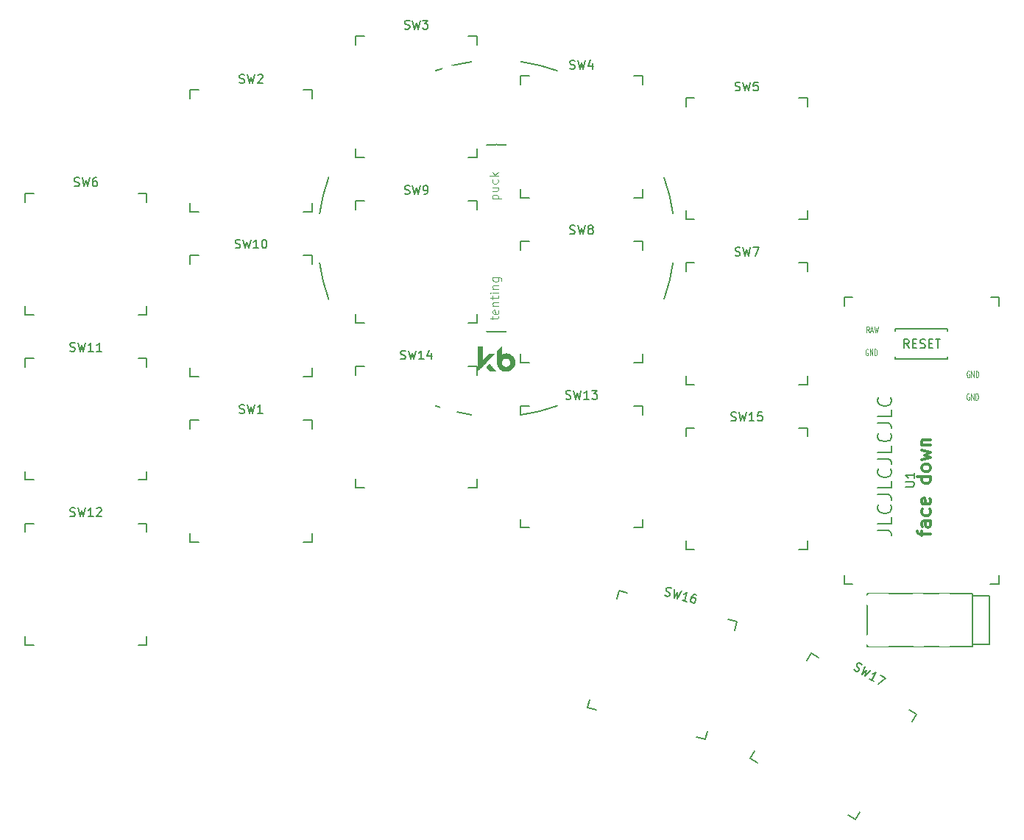
<source format=gto>
G04 #@! TF.GenerationSoftware,KiCad,Pcbnew,7.0.5*
G04 #@! TF.CreationDate,2023-06-18T11:59:49+01:00*
G04 #@! TF.ProjectId,adam-m-rounded,6164616d-2d6d-42d7-926f-756e6465642e,rev?*
G04 #@! TF.SameCoordinates,Original*
G04 #@! TF.FileFunction,Legend,Top*
G04 #@! TF.FilePolarity,Positive*
%FSLAX46Y46*%
G04 Gerber Fmt 4.6, Leading zero omitted, Abs format (unit mm)*
G04 Created by KiCad (PCBNEW 7.0.5) date 2023-06-18 11:59:49*
%MOMM*%
%LPD*%
G01*
G04 APERTURE LIST*
%ADD10C,0.200000*%
%ADD11C,0.300000*%
%ADD12C,0.150000*%
%ADD13C,0.125000*%
%ADD14C,0.100000*%
%ADD15C,0.010000*%
%ADD16C,1.524000*%
%ADD17C,1.701800*%
%ADD18C,3.987800*%
%ADD19C,2.286000*%
%ADD20C,2.000000*%
%ADD21C,4.400000*%
%ADD22C,0.800000*%
%ADD23O,2.000000X1.600000*%
G04 APERTURE END LIST*
D10*
X188693790Y-117140326D02*
X189836647Y-117140326D01*
X189836647Y-117140326D02*
X190065219Y-117216517D01*
X190065219Y-117216517D02*
X190217600Y-117368898D01*
X190217600Y-117368898D02*
X190293790Y-117597469D01*
X190293790Y-117597469D02*
X190293790Y-117749850D01*
X190293790Y-115616516D02*
X190293790Y-116378421D01*
X190293790Y-116378421D02*
X188693790Y-116378421D01*
X190141409Y-114168897D02*
X190217600Y-114245088D01*
X190217600Y-114245088D02*
X190293790Y-114473659D01*
X190293790Y-114473659D02*
X190293790Y-114626040D01*
X190293790Y-114626040D02*
X190217600Y-114854612D01*
X190217600Y-114854612D02*
X190065219Y-115006993D01*
X190065219Y-115006993D02*
X189912838Y-115083183D01*
X189912838Y-115083183D02*
X189608076Y-115159374D01*
X189608076Y-115159374D02*
X189379504Y-115159374D01*
X189379504Y-115159374D02*
X189074742Y-115083183D01*
X189074742Y-115083183D02*
X188922361Y-115006993D01*
X188922361Y-115006993D02*
X188769980Y-114854612D01*
X188769980Y-114854612D02*
X188693790Y-114626040D01*
X188693790Y-114626040D02*
X188693790Y-114473659D01*
X188693790Y-114473659D02*
X188769980Y-114245088D01*
X188769980Y-114245088D02*
X188846171Y-114168897D01*
X188693790Y-113026040D02*
X189836647Y-113026040D01*
X189836647Y-113026040D02*
X190065219Y-113102231D01*
X190065219Y-113102231D02*
X190217600Y-113254612D01*
X190217600Y-113254612D02*
X190293790Y-113483183D01*
X190293790Y-113483183D02*
X190293790Y-113635564D01*
X190293790Y-111502230D02*
X190293790Y-112264135D01*
X190293790Y-112264135D02*
X188693790Y-112264135D01*
X190141409Y-110054611D02*
X190217600Y-110130802D01*
X190217600Y-110130802D02*
X190293790Y-110359373D01*
X190293790Y-110359373D02*
X190293790Y-110511754D01*
X190293790Y-110511754D02*
X190217600Y-110740326D01*
X190217600Y-110740326D02*
X190065219Y-110892707D01*
X190065219Y-110892707D02*
X189912838Y-110968897D01*
X189912838Y-110968897D02*
X189608076Y-111045088D01*
X189608076Y-111045088D02*
X189379504Y-111045088D01*
X189379504Y-111045088D02*
X189074742Y-110968897D01*
X189074742Y-110968897D02*
X188922361Y-110892707D01*
X188922361Y-110892707D02*
X188769980Y-110740326D01*
X188769980Y-110740326D02*
X188693790Y-110511754D01*
X188693790Y-110511754D02*
X188693790Y-110359373D01*
X188693790Y-110359373D02*
X188769980Y-110130802D01*
X188769980Y-110130802D02*
X188846171Y-110054611D01*
X188693790Y-108911754D02*
X189836647Y-108911754D01*
X189836647Y-108911754D02*
X190065219Y-108987945D01*
X190065219Y-108987945D02*
X190217600Y-109140326D01*
X190217600Y-109140326D02*
X190293790Y-109368897D01*
X190293790Y-109368897D02*
X190293790Y-109521278D01*
X190293790Y-107387944D02*
X190293790Y-108149849D01*
X190293790Y-108149849D02*
X188693790Y-108149849D01*
X190141409Y-105940325D02*
X190217600Y-106016516D01*
X190217600Y-106016516D02*
X190293790Y-106245087D01*
X190293790Y-106245087D02*
X190293790Y-106397468D01*
X190293790Y-106397468D02*
X190217600Y-106626040D01*
X190217600Y-106626040D02*
X190065219Y-106778421D01*
X190065219Y-106778421D02*
X189912838Y-106854611D01*
X189912838Y-106854611D02*
X189608076Y-106930802D01*
X189608076Y-106930802D02*
X189379504Y-106930802D01*
X189379504Y-106930802D02*
X189074742Y-106854611D01*
X189074742Y-106854611D02*
X188922361Y-106778421D01*
X188922361Y-106778421D02*
X188769980Y-106626040D01*
X188769980Y-106626040D02*
X188693790Y-106397468D01*
X188693790Y-106397468D02*
X188693790Y-106245087D01*
X188693790Y-106245087D02*
X188769980Y-106016516D01*
X188769980Y-106016516D02*
X188846171Y-105940325D01*
X188693790Y-104797468D02*
X189836647Y-104797468D01*
X189836647Y-104797468D02*
X190065219Y-104873659D01*
X190065219Y-104873659D02*
X190217600Y-105026040D01*
X190217600Y-105026040D02*
X190293790Y-105254611D01*
X190293790Y-105254611D02*
X190293790Y-105406992D01*
X190293790Y-103273658D02*
X190293790Y-104035563D01*
X190293790Y-104035563D02*
X188693790Y-104035563D01*
X190141409Y-101826039D02*
X190217600Y-101902230D01*
X190217600Y-101902230D02*
X190293790Y-102130801D01*
X190293790Y-102130801D02*
X190293790Y-102283182D01*
X190293790Y-102283182D02*
X190217600Y-102511754D01*
X190217600Y-102511754D02*
X190065219Y-102664135D01*
X190065219Y-102664135D02*
X189912838Y-102740325D01*
X189912838Y-102740325D02*
X189608076Y-102816516D01*
X189608076Y-102816516D02*
X189379504Y-102816516D01*
X189379504Y-102816516D02*
X189074742Y-102740325D01*
X189074742Y-102740325D02*
X188922361Y-102664135D01*
X188922361Y-102664135D02*
X188769980Y-102511754D01*
X188769980Y-102511754D02*
X188693790Y-102283182D01*
X188693790Y-102283182D02*
X188693790Y-102130801D01*
X188693790Y-102130801D02*
X188769980Y-101902230D01*
X188769980Y-101902230D02*
X188846171Y-101826039D01*
D11*
X193745828Y-117769774D02*
X193745828Y-117198346D01*
X194745828Y-117555489D02*
X193460114Y-117555489D01*
X193460114Y-117555489D02*
X193317257Y-117484060D01*
X193317257Y-117484060D02*
X193245828Y-117341203D01*
X193245828Y-117341203D02*
X193245828Y-117198346D01*
X194745828Y-116055489D02*
X193960114Y-116055489D01*
X193960114Y-116055489D02*
X193817257Y-116126917D01*
X193817257Y-116126917D02*
X193745828Y-116269774D01*
X193745828Y-116269774D02*
X193745828Y-116555489D01*
X193745828Y-116555489D02*
X193817257Y-116698346D01*
X194674400Y-116055489D02*
X194745828Y-116198346D01*
X194745828Y-116198346D02*
X194745828Y-116555489D01*
X194745828Y-116555489D02*
X194674400Y-116698346D01*
X194674400Y-116698346D02*
X194531542Y-116769774D01*
X194531542Y-116769774D02*
X194388685Y-116769774D01*
X194388685Y-116769774D02*
X194245828Y-116698346D01*
X194245828Y-116698346D02*
X194174400Y-116555489D01*
X194174400Y-116555489D02*
X194174400Y-116198346D01*
X194174400Y-116198346D02*
X194102971Y-116055489D01*
X194674400Y-114698346D02*
X194745828Y-114841203D01*
X194745828Y-114841203D02*
X194745828Y-115126917D01*
X194745828Y-115126917D02*
X194674400Y-115269774D01*
X194674400Y-115269774D02*
X194602971Y-115341203D01*
X194602971Y-115341203D02*
X194460114Y-115412631D01*
X194460114Y-115412631D02*
X194031542Y-115412631D01*
X194031542Y-115412631D02*
X193888685Y-115341203D01*
X193888685Y-115341203D02*
X193817257Y-115269774D01*
X193817257Y-115269774D02*
X193745828Y-115126917D01*
X193745828Y-115126917D02*
X193745828Y-114841203D01*
X193745828Y-114841203D02*
X193817257Y-114698346D01*
X194674400Y-113484060D02*
X194745828Y-113626917D01*
X194745828Y-113626917D02*
X194745828Y-113912632D01*
X194745828Y-113912632D02*
X194674400Y-114055489D01*
X194674400Y-114055489D02*
X194531542Y-114126917D01*
X194531542Y-114126917D02*
X193960114Y-114126917D01*
X193960114Y-114126917D02*
X193817257Y-114055489D01*
X193817257Y-114055489D02*
X193745828Y-113912632D01*
X193745828Y-113912632D02*
X193745828Y-113626917D01*
X193745828Y-113626917D02*
X193817257Y-113484060D01*
X193817257Y-113484060D02*
X193960114Y-113412632D01*
X193960114Y-113412632D02*
X194102971Y-113412632D01*
X194102971Y-113412632D02*
X194245828Y-114126917D01*
X194745828Y-110984061D02*
X193245828Y-110984061D01*
X194674400Y-110984061D02*
X194745828Y-111126918D01*
X194745828Y-111126918D02*
X194745828Y-111412632D01*
X194745828Y-111412632D02*
X194674400Y-111555489D01*
X194674400Y-111555489D02*
X194602971Y-111626918D01*
X194602971Y-111626918D02*
X194460114Y-111698346D01*
X194460114Y-111698346D02*
X194031542Y-111698346D01*
X194031542Y-111698346D02*
X193888685Y-111626918D01*
X193888685Y-111626918D02*
X193817257Y-111555489D01*
X193817257Y-111555489D02*
X193745828Y-111412632D01*
X193745828Y-111412632D02*
X193745828Y-111126918D01*
X193745828Y-111126918D02*
X193817257Y-110984061D01*
X194745828Y-110055489D02*
X194674400Y-110198346D01*
X194674400Y-110198346D02*
X194602971Y-110269775D01*
X194602971Y-110269775D02*
X194460114Y-110341203D01*
X194460114Y-110341203D02*
X194031542Y-110341203D01*
X194031542Y-110341203D02*
X193888685Y-110269775D01*
X193888685Y-110269775D02*
X193817257Y-110198346D01*
X193817257Y-110198346D02*
X193745828Y-110055489D01*
X193745828Y-110055489D02*
X193745828Y-109841203D01*
X193745828Y-109841203D02*
X193817257Y-109698346D01*
X193817257Y-109698346D02*
X193888685Y-109626918D01*
X193888685Y-109626918D02*
X194031542Y-109555489D01*
X194031542Y-109555489D02*
X194460114Y-109555489D01*
X194460114Y-109555489D02*
X194602971Y-109626918D01*
X194602971Y-109626918D02*
X194674400Y-109698346D01*
X194674400Y-109698346D02*
X194745828Y-109841203D01*
X194745828Y-109841203D02*
X194745828Y-110055489D01*
X193745828Y-109055489D02*
X194745828Y-108769775D01*
X194745828Y-108769775D02*
X194031542Y-108484060D01*
X194031542Y-108484060D02*
X194745828Y-108198346D01*
X194745828Y-108198346D02*
X193745828Y-107912632D01*
X193745828Y-107341203D02*
X194745828Y-107341203D01*
X193888685Y-107341203D02*
X193817257Y-107269774D01*
X193817257Y-107269774D02*
X193745828Y-107126917D01*
X193745828Y-107126917D02*
X193745828Y-106912631D01*
X193745828Y-106912631D02*
X193817257Y-106769774D01*
X193817257Y-106769774D02*
X193960114Y-106698346D01*
X193960114Y-106698346D02*
X194745828Y-106698346D01*
D12*
X191888819Y-112114904D02*
X192698342Y-112114904D01*
X192698342Y-112114904D02*
X192793580Y-112067285D01*
X192793580Y-112067285D02*
X192841200Y-112019666D01*
X192841200Y-112019666D02*
X192888819Y-111924428D01*
X192888819Y-111924428D02*
X192888819Y-111733952D01*
X192888819Y-111733952D02*
X192841200Y-111638714D01*
X192841200Y-111638714D02*
X192793580Y-111591095D01*
X192793580Y-111591095D02*
X192698342Y-111543476D01*
X192698342Y-111543476D02*
X191888819Y-111543476D01*
X192888819Y-110543476D02*
X192888819Y-111114904D01*
X192888819Y-110829190D02*
X191888819Y-110829190D01*
X191888819Y-110829190D02*
X192031676Y-110924428D01*
X192031676Y-110924428D02*
X192126914Y-111019666D01*
X192126914Y-111019666D02*
X192174533Y-111114904D01*
D13*
X199183047Y-101417178D02*
X199135428Y-101381464D01*
X199135428Y-101381464D02*
X199063999Y-101381464D01*
X199063999Y-101381464D02*
X198992571Y-101417178D01*
X198992571Y-101417178D02*
X198944952Y-101488607D01*
X198944952Y-101488607D02*
X198921142Y-101560035D01*
X198921142Y-101560035D02*
X198897333Y-101702892D01*
X198897333Y-101702892D02*
X198897333Y-101810035D01*
X198897333Y-101810035D02*
X198921142Y-101952892D01*
X198921142Y-101952892D02*
X198944952Y-102024321D01*
X198944952Y-102024321D02*
X198992571Y-102095750D01*
X198992571Y-102095750D02*
X199063999Y-102131464D01*
X199063999Y-102131464D02*
X199111618Y-102131464D01*
X199111618Y-102131464D02*
X199183047Y-102095750D01*
X199183047Y-102095750D02*
X199206856Y-102060035D01*
X199206856Y-102060035D02*
X199206856Y-101810035D01*
X199206856Y-101810035D02*
X199111618Y-101810035D01*
X199421142Y-102131464D02*
X199421142Y-101381464D01*
X199421142Y-101381464D02*
X199706856Y-102131464D01*
X199706856Y-102131464D02*
X199706856Y-101381464D01*
X199944952Y-102131464D02*
X199944952Y-101381464D01*
X199944952Y-101381464D02*
X200064000Y-101381464D01*
X200064000Y-101381464D02*
X200135428Y-101417178D01*
X200135428Y-101417178D02*
X200183047Y-101488607D01*
X200183047Y-101488607D02*
X200206857Y-101560035D01*
X200206857Y-101560035D02*
X200230666Y-101702892D01*
X200230666Y-101702892D02*
X200230666Y-101810035D01*
X200230666Y-101810035D02*
X200206857Y-101952892D01*
X200206857Y-101952892D02*
X200183047Y-102024321D01*
X200183047Y-102024321D02*
X200135428Y-102095750D01*
X200135428Y-102095750D02*
X200064000Y-102131464D01*
X200064000Y-102131464D02*
X199944952Y-102131464D01*
X187553047Y-96307178D02*
X187505428Y-96271464D01*
X187505428Y-96271464D02*
X187433999Y-96271464D01*
X187433999Y-96271464D02*
X187362571Y-96307178D01*
X187362571Y-96307178D02*
X187314952Y-96378607D01*
X187314952Y-96378607D02*
X187291142Y-96450035D01*
X187291142Y-96450035D02*
X187267333Y-96592892D01*
X187267333Y-96592892D02*
X187267333Y-96700035D01*
X187267333Y-96700035D02*
X187291142Y-96842892D01*
X187291142Y-96842892D02*
X187314952Y-96914321D01*
X187314952Y-96914321D02*
X187362571Y-96985750D01*
X187362571Y-96985750D02*
X187433999Y-97021464D01*
X187433999Y-97021464D02*
X187481618Y-97021464D01*
X187481618Y-97021464D02*
X187553047Y-96985750D01*
X187553047Y-96985750D02*
X187576856Y-96950035D01*
X187576856Y-96950035D02*
X187576856Y-96700035D01*
X187576856Y-96700035D02*
X187481618Y-96700035D01*
X187791142Y-97021464D02*
X187791142Y-96271464D01*
X187791142Y-96271464D02*
X188076856Y-97021464D01*
X188076856Y-97021464D02*
X188076856Y-96271464D01*
X188314952Y-97021464D02*
X188314952Y-96271464D01*
X188314952Y-96271464D02*
X188434000Y-96271464D01*
X188434000Y-96271464D02*
X188505428Y-96307178D01*
X188505428Y-96307178D02*
X188553047Y-96378607D01*
X188553047Y-96378607D02*
X188576857Y-96450035D01*
X188576857Y-96450035D02*
X188600666Y-96592892D01*
X188600666Y-96592892D02*
X188600666Y-96700035D01*
X188600666Y-96700035D02*
X188576857Y-96842892D01*
X188576857Y-96842892D02*
X188553047Y-96914321D01*
X188553047Y-96914321D02*
X188505428Y-96985750D01*
X188505428Y-96985750D02*
X188434000Y-97021464D01*
X188434000Y-97021464D02*
X188314952Y-97021464D01*
X199203047Y-98837178D02*
X199155428Y-98801464D01*
X199155428Y-98801464D02*
X199083999Y-98801464D01*
X199083999Y-98801464D02*
X199012571Y-98837178D01*
X199012571Y-98837178D02*
X198964952Y-98908607D01*
X198964952Y-98908607D02*
X198941142Y-98980035D01*
X198941142Y-98980035D02*
X198917333Y-99122892D01*
X198917333Y-99122892D02*
X198917333Y-99230035D01*
X198917333Y-99230035D02*
X198941142Y-99372892D01*
X198941142Y-99372892D02*
X198964952Y-99444321D01*
X198964952Y-99444321D02*
X199012571Y-99515750D01*
X199012571Y-99515750D02*
X199083999Y-99551464D01*
X199083999Y-99551464D02*
X199131618Y-99551464D01*
X199131618Y-99551464D02*
X199203047Y-99515750D01*
X199203047Y-99515750D02*
X199226856Y-99480035D01*
X199226856Y-99480035D02*
X199226856Y-99230035D01*
X199226856Y-99230035D02*
X199131618Y-99230035D01*
X199441142Y-99551464D02*
X199441142Y-98801464D01*
X199441142Y-98801464D02*
X199726856Y-99551464D01*
X199726856Y-99551464D02*
X199726856Y-98801464D01*
X199964952Y-99551464D02*
X199964952Y-98801464D01*
X199964952Y-98801464D02*
X200084000Y-98801464D01*
X200084000Y-98801464D02*
X200155428Y-98837178D01*
X200155428Y-98837178D02*
X200203047Y-98908607D01*
X200203047Y-98908607D02*
X200226857Y-98980035D01*
X200226857Y-98980035D02*
X200250666Y-99122892D01*
X200250666Y-99122892D02*
X200250666Y-99230035D01*
X200250666Y-99230035D02*
X200226857Y-99372892D01*
X200226857Y-99372892D02*
X200203047Y-99444321D01*
X200203047Y-99444321D02*
X200155428Y-99515750D01*
X200155428Y-99515750D02*
X200084000Y-99551464D01*
X200084000Y-99551464D02*
X199964952Y-99551464D01*
X187688761Y-94411464D02*
X187522095Y-94054321D01*
X187403047Y-94411464D02*
X187403047Y-93661464D01*
X187403047Y-93661464D02*
X187593523Y-93661464D01*
X187593523Y-93661464D02*
X187641142Y-93697178D01*
X187641142Y-93697178D02*
X187664952Y-93732892D01*
X187664952Y-93732892D02*
X187688761Y-93804321D01*
X187688761Y-93804321D02*
X187688761Y-93911464D01*
X187688761Y-93911464D02*
X187664952Y-93982892D01*
X187664952Y-93982892D02*
X187641142Y-94018607D01*
X187641142Y-94018607D02*
X187593523Y-94054321D01*
X187593523Y-94054321D02*
X187403047Y-94054321D01*
X187879238Y-94197178D02*
X188117333Y-94197178D01*
X187831619Y-94411464D02*
X187998285Y-93661464D01*
X187998285Y-93661464D02*
X188164952Y-94411464D01*
X188283999Y-93661464D02*
X188403047Y-94411464D01*
X188403047Y-94411464D02*
X188498285Y-93875750D01*
X188498285Y-93875750D02*
X188593523Y-94411464D01*
X188593523Y-94411464D02*
X188712571Y-93661464D01*
D12*
X115276667Y-65622200D02*
X115419524Y-65669819D01*
X115419524Y-65669819D02*
X115657619Y-65669819D01*
X115657619Y-65669819D02*
X115752857Y-65622200D01*
X115752857Y-65622200D02*
X115800476Y-65574580D01*
X115800476Y-65574580D02*
X115848095Y-65479342D01*
X115848095Y-65479342D02*
X115848095Y-65384104D01*
X115848095Y-65384104D02*
X115800476Y-65288866D01*
X115800476Y-65288866D02*
X115752857Y-65241247D01*
X115752857Y-65241247D02*
X115657619Y-65193628D01*
X115657619Y-65193628D02*
X115467143Y-65146009D01*
X115467143Y-65146009D02*
X115371905Y-65098390D01*
X115371905Y-65098390D02*
X115324286Y-65050771D01*
X115324286Y-65050771D02*
X115276667Y-64955533D01*
X115276667Y-64955533D02*
X115276667Y-64860295D01*
X115276667Y-64860295D02*
X115324286Y-64765057D01*
X115324286Y-64765057D02*
X115371905Y-64717438D01*
X115371905Y-64717438D02*
X115467143Y-64669819D01*
X115467143Y-64669819D02*
X115705238Y-64669819D01*
X115705238Y-64669819D02*
X115848095Y-64717438D01*
X116181429Y-64669819D02*
X116419524Y-65669819D01*
X116419524Y-65669819D02*
X116610000Y-64955533D01*
X116610000Y-64955533D02*
X116800476Y-65669819D01*
X116800476Y-65669819D02*
X117038572Y-64669819D01*
X117371905Y-64765057D02*
X117419524Y-64717438D01*
X117419524Y-64717438D02*
X117514762Y-64669819D01*
X117514762Y-64669819D02*
X117752857Y-64669819D01*
X117752857Y-64669819D02*
X117848095Y-64717438D01*
X117848095Y-64717438D02*
X117895714Y-64765057D01*
X117895714Y-64765057D02*
X117943333Y-64860295D01*
X117943333Y-64860295D02*
X117943333Y-64955533D01*
X117943333Y-64955533D02*
X117895714Y-65098390D01*
X117895714Y-65098390D02*
X117324286Y-65669819D01*
X117324286Y-65669819D02*
X117943333Y-65669819D01*
X133800476Y-97397200D02*
X133943333Y-97444819D01*
X133943333Y-97444819D02*
X134181428Y-97444819D01*
X134181428Y-97444819D02*
X134276666Y-97397200D01*
X134276666Y-97397200D02*
X134324285Y-97349580D01*
X134324285Y-97349580D02*
X134371904Y-97254342D01*
X134371904Y-97254342D02*
X134371904Y-97159104D01*
X134371904Y-97159104D02*
X134324285Y-97063866D01*
X134324285Y-97063866D02*
X134276666Y-97016247D01*
X134276666Y-97016247D02*
X134181428Y-96968628D01*
X134181428Y-96968628D02*
X133990952Y-96921009D01*
X133990952Y-96921009D02*
X133895714Y-96873390D01*
X133895714Y-96873390D02*
X133848095Y-96825771D01*
X133848095Y-96825771D02*
X133800476Y-96730533D01*
X133800476Y-96730533D02*
X133800476Y-96635295D01*
X133800476Y-96635295D02*
X133848095Y-96540057D01*
X133848095Y-96540057D02*
X133895714Y-96492438D01*
X133895714Y-96492438D02*
X133990952Y-96444819D01*
X133990952Y-96444819D02*
X134229047Y-96444819D01*
X134229047Y-96444819D02*
X134371904Y-96492438D01*
X134705238Y-96444819D02*
X134943333Y-97444819D01*
X134943333Y-97444819D02*
X135133809Y-96730533D01*
X135133809Y-96730533D02*
X135324285Y-97444819D01*
X135324285Y-97444819D02*
X135562381Y-96444819D01*
X136467142Y-97444819D02*
X135895714Y-97444819D01*
X136181428Y-97444819D02*
X136181428Y-96444819D01*
X136181428Y-96444819D02*
X136086190Y-96587676D01*
X136086190Y-96587676D02*
X135990952Y-96682914D01*
X135990952Y-96682914D02*
X135895714Y-96730533D01*
X137324285Y-96778152D02*
X137324285Y-97444819D01*
X137086190Y-96397200D02*
X136848095Y-97111485D01*
X136848095Y-97111485D02*
X137467142Y-97111485D01*
X115276667Y-103622200D02*
X115419524Y-103669819D01*
X115419524Y-103669819D02*
X115657619Y-103669819D01*
X115657619Y-103669819D02*
X115752857Y-103622200D01*
X115752857Y-103622200D02*
X115800476Y-103574580D01*
X115800476Y-103574580D02*
X115848095Y-103479342D01*
X115848095Y-103479342D02*
X115848095Y-103384104D01*
X115848095Y-103384104D02*
X115800476Y-103288866D01*
X115800476Y-103288866D02*
X115752857Y-103241247D01*
X115752857Y-103241247D02*
X115657619Y-103193628D01*
X115657619Y-103193628D02*
X115467143Y-103146009D01*
X115467143Y-103146009D02*
X115371905Y-103098390D01*
X115371905Y-103098390D02*
X115324286Y-103050771D01*
X115324286Y-103050771D02*
X115276667Y-102955533D01*
X115276667Y-102955533D02*
X115276667Y-102860295D01*
X115276667Y-102860295D02*
X115324286Y-102765057D01*
X115324286Y-102765057D02*
X115371905Y-102717438D01*
X115371905Y-102717438D02*
X115467143Y-102669819D01*
X115467143Y-102669819D02*
X115705238Y-102669819D01*
X115705238Y-102669819D02*
X115848095Y-102717438D01*
X116181429Y-102669819D02*
X116419524Y-103669819D01*
X116419524Y-103669819D02*
X116610000Y-102955533D01*
X116610000Y-102955533D02*
X116800476Y-103669819D01*
X116800476Y-103669819D02*
X117038572Y-102669819D01*
X117943333Y-103669819D02*
X117371905Y-103669819D01*
X117657619Y-103669819D02*
X117657619Y-102669819D01*
X117657619Y-102669819D02*
X117562381Y-102812676D01*
X117562381Y-102812676D02*
X117467143Y-102907914D01*
X117467143Y-102907914D02*
X117371905Y-102955533D01*
X152800476Y-101997200D02*
X152943333Y-102044819D01*
X152943333Y-102044819D02*
X153181428Y-102044819D01*
X153181428Y-102044819D02*
X153276666Y-101997200D01*
X153276666Y-101997200D02*
X153324285Y-101949580D01*
X153324285Y-101949580D02*
X153371904Y-101854342D01*
X153371904Y-101854342D02*
X153371904Y-101759104D01*
X153371904Y-101759104D02*
X153324285Y-101663866D01*
X153324285Y-101663866D02*
X153276666Y-101616247D01*
X153276666Y-101616247D02*
X153181428Y-101568628D01*
X153181428Y-101568628D02*
X152990952Y-101521009D01*
X152990952Y-101521009D02*
X152895714Y-101473390D01*
X152895714Y-101473390D02*
X152848095Y-101425771D01*
X152848095Y-101425771D02*
X152800476Y-101330533D01*
X152800476Y-101330533D02*
X152800476Y-101235295D01*
X152800476Y-101235295D02*
X152848095Y-101140057D01*
X152848095Y-101140057D02*
X152895714Y-101092438D01*
X152895714Y-101092438D02*
X152990952Y-101044819D01*
X152990952Y-101044819D02*
X153229047Y-101044819D01*
X153229047Y-101044819D02*
X153371904Y-101092438D01*
X153705238Y-101044819D02*
X153943333Y-102044819D01*
X153943333Y-102044819D02*
X154133809Y-101330533D01*
X154133809Y-101330533D02*
X154324285Y-102044819D01*
X154324285Y-102044819D02*
X154562381Y-101044819D01*
X155467142Y-102044819D02*
X154895714Y-102044819D01*
X155181428Y-102044819D02*
X155181428Y-101044819D01*
X155181428Y-101044819D02*
X155086190Y-101187676D01*
X155086190Y-101187676D02*
X154990952Y-101282914D01*
X154990952Y-101282914D02*
X154895714Y-101330533D01*
X155800476Y-101044819D02*
X156419523Y-101044819D01*
X156419523Y-101044819D02*
X156086190Y-101425771D01*
X156086190Y-101425771D02*
X156229047Y-101425771D01*
X156229047Y-101425771D02*
X156324285Y-101473390D01*
X156324285Y-101473390D02*
X156371904Y-101521009D01*
X156371904Y-101521009D02*
X156419523Y-101616247D01*
X156419523Y-101616247D02*
X156419523Y-101854342D01*
X156419523Y-101854342D02*
X156371904Y-101949580D01*
X156371904Y-101949580D02*
X156324285Y-101997200D01*
X156324285Y-101997200D02*
X156229047Y-102044819D01*
X156229047Y-102044819D02*
X155943333Y-102044819D01*
X155943333Y-102044819D02*
X155848095Y-101997200D01*
X155848095Y-101997200D02*
X155800476Y-101949580D01*
X96276667Y-77497200D02*
X96419524Y-77544819D01*
X96419524Y-77544819D02*
X96657619Y-77544819D01*
X96657619Y-77544819D02*
X96752857Y-77497200D01*
X96752857Y-77497200D02*
X96800476Y-77449580D01*
X96800476Y-77449580D02*
X96848095Y-77354342D01*
X96848095Y-77354342D02*
X96848095Y-77259104D01*
X96848095Y-77259104D02*
X96800476Y-77163866D01*
X96800476Y-77163866D02*
X96752857Y-77116247D01*
X96752857Y-77116247D02*
X96657619Y-77068628D01*
X96657619Y-77068628D02*
X96467143Y-77021009D01*
X96467143Y-77021009D02*
X96371905Y-76973390D01*
X96371905Y-76973390D02*
X96324286Y-76925771D01*
X96324286Y-76925771D02*
X96276667Y-76830533D01*
X96276667Y-76830533D02*
X96276667Y-76735295D01*
X96276667Y-76735295D02*
X96324286Y-76640057D01*
X96324286Y-76640057D02*
X96371905Y-76592438D01*
X96371905Y-76592438D02*
X96467143Y-76544819D01*
X96467143Y-76544819D02*
X96705238Y-76544819D01*
X96705238Y-76544819D02*
X96848095Y-76592438D01*
X97181429Y-76544819D02*
X97419524Y-77544819D01*
X97419524Y-77544819D02*
X97610000Y-76830533D01*
X97610000Y-76830533D02*
X97800476Y-77544819D01*
X97800476Y-77544819D02*
X98038572Y-76544819D01*
X98848095Y-76544819D02*
X98657619Y-76544819D01*
X98657619Y-76544819D02*
X98562381Y-76592438D01*
X98562381Y-76592438D02*
X98514762Y-76640057D01*
X98514762Y-76640057D02*
X98419524Y-76782914D01*
X98419524Y-76782914D02*
X98371905Y-76973390D01*
X98371905Y-76973390D02*
X98371905Y-77354342D01*
X98371905Y-77354342D02*
X98419524Y-77449580D01*
X98419524Y-77449580D02*
X98467143Y-77497200D01*
X98467143Y-77497200D02*
X98562381Y-77544819D01*
X98562381Y-77544819D02*
X98752857Y-77544819D01*
X98752857Y-77544819D02*
X98848095Y-77497200D01*
X98848095Y-77497200D02*
X98895714Y-77449580D01*
X98895714Y-77449580D02*
X98943333Y-77354342D01*
X98943333Y-77354342D02*
X98943333Y-77116247D01*
X98943333Y-77116247D02*
X98895714Y-77021009D01*
X98895714Y-77021009D02*
X98848095Y-76973390D01*
X98848095Y-76973390D02*
X98752857Y-76925771D01*
X98752857Y-76925771D02*
X98562381Y-76925771D01*
X98562381Y-76925771D02*
X98467143Y-76973390D01*
X98467143Y-76973390D02*
X98419524Y-77021009D01*
X98419524Y-77021009D02*
X98371905Y-77116247D01*
X95800476Y-96497200D02*
X95943333Y-96544819D01*
X95943333Y-96544819D02*
X96181428Y-96544819D01*
X96181428Y-96544819D02*
X96276666Y-96497200D01*
X96276666Y-96497200D02*
X96324285Y-96449580D01*
X96324285Y-96449580D02*
X96371904Y-96354342D01*
X96371904Y-96354342D02*
X96371904Y-96259104D01*
X96371904Y-96259104D02*
X96324285Y-96163866D01*
X96324285Y-96163866D02*
X96276666Y-96116247D01*
X96276666Y-96116247D02*
X96181428Y-96068628D01*
X96181428Y-96068628D02*
X95990952Y-96021009D01*
X95990952Y-96021009D02*
X95895714Y-95973390D01*
X95895714Y-95973390D02*
X95848095Y-95925771D01*
X95848095Y-95925771D02*
X95800476Y-95830533D01*
X95800476Y-95830533D02*
X95800476Y-95735295D01*
X95800476Y-95735295D02*
X95848095Y-95640057D01*
X95848095Y-95640057D02*
X95895714Y-95592438D01*
X95895714Y-95592438D02*
X95990952Y-95544819D01*
X95990952Y-95544819D02*
X96229047Y-95544819D01*
X96229047Y-95544819D02*
X96371904Y-95592438D01*
X96705238Y-95544819D02*
X96943333Y-96544819D01*
X96943333Y-96544819D02*
X97133809Y-95830533D01*
X97133809Y-95830533D02*
X97324285Y-96544819D01*
X97324285Y-96544819D02*
X97562381Y-95544819D01*
X98467142Y-96544819D02*
X97895714Y-96544819D01*
X98181428Y-96544819D02*
X98181428Y-95544819D01*
X98181428Y-95544819D02*
X98086190Y-95687676D01*
X98086190Y-95687676D02*
X97990952Y-95782914D01*
X97990952Y-95782914D02*
X97895714Y-95830533D01*
X99419523Y-96544819D02*
X98848095Y-96544819D01*
X99133809Y-96544819D02*
X99133809Y-95544819D01*
X99133809Y-95544819D02*
X99038571Y-95687676D01*
X99038571Y-95687676D02*
X98943333Y-95782914D01*
X98943333Y-95782914D02*
X98848095Y-95830533D01*
X192272618Y-96154819D02*
X191939285Y-95678628D01*
X191701190Y-96154819D02*
X191701190Y-95154819D01*
X191701190Y-95154819D02*
X192082142Y-95154819D01*
X192082142Y-95154819D02*
X192177380Y-95202438D01*
X192177380Y-95202438D02*
X192224999Y-95250057D01*
X192224999Y-95250057D02*
X192272618Y-95345295D01*
X192272618Y-95345295D02*
X192272618Y-95488152D01*
X192272618Y-95488152D02*
X192224999Y-95583390D01*
X192224999Y-95583390D02*
X192177380Y-95631009D01*
X192177380Y-95631009D02*
X192082142Y-95678628D01*
X192082142Y-95678628D02*
X191701190Y-95678628D01*
X192701190Y-95631009D02*
X193034523Y-95631009D01*
X193177380Y-96154819D02*
X192701190Y-96154819D01*
X192701190Y-96154819D02*
X192701190Y-95154819D01*
X192701190Y-95154819D02*
X193177380Y-95154819D01*
X193558333Y-96107200D02*
X193701190Y-96154819D01*
X193701190Y-96154819D02*
X193939285Y-96154819D01*
X193939285Y-96154819D02*
X194034523Y-96107200D01*
X194034523Y-96107200D02*
X194082142Y-96059580D01*
X194082142Y-96059580D02*
X194129761Y-95964342D01*
X194129761Y-95964342D02*
X194129761Y-95869104D01*
X194129761Y-95869104D02*
X194082142Y-95773866D01*
X194082142Y-95773866D02*
X194034523Y-95726247D01*
X194034523Y-95726247D02*
X193939285Y-95678628D01*
X193939285Y-95678628D02*
X193748809Y-95631009D01*
X193748809Y-95631009D02*
X193653571Y-95583390D01*
X193653571Y-95583390D02*
X193605952Y-95535771D01*
X193605952Y-95535771D02*
X193558333Y-95440533D01*
X193558333Y-95440533D02*
X193558333Y-95345295D01*
X193558333Y-95345295D02*
X193605952Y-95250057D01*
X193605952Y-95250057D02*
X193653571Y-95202438D01*
X193653571Y-95202438D02*
X193748809Y-95154819D01*
X193748809Y-95154819D02*
X193986904Y-95154819D01*
X193986904Y-95154819D02*
X194129761Y-95202438D01*
X194558333Y-95631009D02*
X194891666Y-95631009D01*
X195034523Y-96154819D02*
X194558333Y-96154819D01*
X194558333Y-96154819D02*
X194558333Y-95154819D01*
X194558333Y-95154819D02*
X195034523Y-95154819D01*
X195320238Y-95154819D02*
X195891666Y-95154819D01*
X195605952Y-96154819D02*
X195605952Y-95154819D01*
D14*
X144348752Y-78996499D02*
X145348752Y-78996499D01*
X144396371Y-78996499D02*
X144348752Y-78901261D01*
X144348752Y-78901261D02*
X144348752Y-78710785D01*
X144348752Y-78710785D02*
X144396371Y-78615547D01*
X144396371Y-78615547D02*
X144443990Y-78567928D01*
X144443990Y-78567928D02*
X144539228Y-78520309D01*
X144539228Y-78520309D02*
X144824942Y-78520309D01*
X144824942Y-78520309D02*
X144920180Y-78567928D01*
X144920180Y-78567928D02*
X144967800Y-78615547D01*
X144967800Y-78615547D02*
X145015419Y-78710785D01*
X145015419Y-78710785D02*
X145015419Y-78901261D01*
X145015419Y-78901261D02*
X144967800Y-78996499D01*
X144348752Y-77663166D02*
X145015419Y-77663166D01*
X144348752Y-78091737D02*
X144872561Y-78091737D01*
X144872561Y-78091737D02*
X144967800Y-78044118D01*
X144967800Y-78044118D02*
X145015419Y-77948880D01*
X145015419Y-77948880D02*
X145015419Y-77806023D01*
X145015419Y-77806023D02*
X144967800Y-77710785D01*
X144967800Y-77710785D02*
X144920180Y-77663166D01*
X144967800Y-76758404D02*
X145015419Y-76853642D01*
X145015419Y-76853642D02*
X145015419Y-77044118D01*
X145015419Y-77044118D02*
X144967800Y-77139356D01*
X144967800Y-77139356D02*
X144920180Y-77186975D01*
X144920180Y-77186975D02*
X144824942Y-77234594D01*
X144824942Y-77234594D02*
X144539228Y-77234594D01*
X144539228Y-77234594D02*
X144443990Y-77186975D01*
X144443990Y-77186975D02*
X144396371Y-77139356D01*
X144396371Y-77139356D02*
X144348752Y-77044118D01*
X144348752Y-77044118D02*
X144348752Y-76853642D01*
X144348752Y-76853642D02*
X144396371Y-76758404D01*
X145015419Y-76329832D02*
X144015419Y-76329832D01*
X144634466Y-76234594D02*
X145015419Y-75948880D01*
X144348752Y-75948880D02*
X144729704Y-76329832D01*
X144412252Y-92886999D02*
X144412252Y-92506047D01*
X144078919Y-92744142D02*
X144936061Y-92744142D01*
X144936061Y-92744142D02*
X145031300Y-92696523D01*
X145031300Y-92696523D02*
X145078919Y-92601285D01*
X145078919Y-92601285D02*
X145078919Y-92506047D01*
X145031300Y-91791761D02*
X145078919Y-91886999D01*
X145078919Y-91886999D02*
X145078919Y-92077475D01*
X145078919Y-92077475D02*
X145031300Y-92172713D01*
X145031300Y-92172713D02*
X144936061Y-92220332D01*
X144936061Y-92220332D02*
X144555109Y-92220332D01*
X144555109Y-92220332D02*
X144459871Y-92172713D01*
X144459871Y-92172713D02*
X144412252Y-92077475D01*
X144412252Y-92077475D02*
X144412252Y-91886999D01*
X144412252Y-91886999D02*
X144459871Y-91791761D01*
X144459871Y-91791761D02*
X144555109Y-91744142D01*
X144555109Y-91744142D02*
X144650347Y-91744142D01*
X144650347Y-91744142D02*
X144745585Y-92220332D01*
X144412252Y-91315570D02*
X145078919Y-91315570D01*
X144507490Y-91315570D02*
X144459871Y-91267951D01*
X144459871Y-91267951D02*
X144412252Y-91172713D01*
X144412252Y-91172713D02*
X144412252Y-91029856D01*
X144412252Y-91029856D02*
X144459871Y-90934618D01*
X144459871Y-90934618D02*
X144555109Y-90886999D01*
X144555109Y-90886999D02*
X145078919Y-90886999D01*
X144412252Y-90553665D02*
X144412252Y-90172713D01*
X144078919Y-90410808D02*
X144936061Y-90410808D01*
X144936061Y-90410808D02*
X145031300Y-90363189D01*
X145031300Y-90363189D02*
X145078919Y-90267951D01*
X145078919Y-90267951D02*
X145078919Y-90172713D01*
X145078919Y-89839379D02*
X144412252Y-89839379D01*
X144078919Y-89839379D02*
X144126538Y-89886998D01*
X144126538Y-89886998D02*
X144174157Y-89839379D01*
X144174157Y-89839379D02*
X144126538Y-89791760D01*
X144126538Y-89791760D02*
X144078919Y-89839379D01*
X144078919Y-89839379D02*
X144174157Y-89839379D01*
X144412252Y-89363189D02*
X145078919Y-89363189D01*
X144507490Y-89363189D02*
X144459871Y-89315570D01*
X144459871Y-89315570D02*
X144412252Y-89220332D01*
X144412252Y-89220332D02*
X144412252Y-89077475D01*
X144412252Y-89077475D02*
X144459871Y-88982237D01*
X144459871Y-88982237D02*
X144555109Y-88934618D01*
X144555109Y-88934618D02*
X145078919Y-88934618D01*
X144412252Y-88029856D02*
X145221776Y-88029856D01*
X145221776Y-88029856D02*
X145317014Y-88077475D01*
X145317014Y-88077475D02*
X145364633Y-88125094D01*
X145364633Y-88125094D02*
X145412252Y-88220332D01*
X145412252Y-88220332D02*
X145412252Y-88363189D01*
X145412252Y-88363189D02*
X145364633Y-88458427D01*
X145031300Y-88029856D02*
X145078919Y-88125094D01*
X145078919Y-88125094D02*
X145078919Y-88315570D01*
X145078919Y-88315570D02*
X145031300Y-88410808D01*
X145031300Y-88410808D02*
X144983680Y-88458427D01*
X144983680Y-88458427D02*
X144888442Y-88506046D01*
X144888442Y-88506046D02*
X144602728Y-88506046D01*
X144602728Y-88506046D02*
X144507490Y-88458427D01*
X144507490Y-88458427D02*
X144459871Y-88410808D01*
X144459871Y-88410808D02*
X144412252Y-88315570D01*
X144412252Y-88315570D02*
X144412252Y-88125094D01*
X144412252Y-88125094D02*
X144459871Y-88029856D01*
D12*
X153276667Y-82997200D02*
X153419524Y-83044819D01*
X153419524Y-83044819D02*
X153657619Y-83044819D01*
X153657619Y-83044819D02*
X153752857Y-82997200D01*
X153752857Y-82997200D02*
X153800476Y-82949580D01*
X153800476Y-82949580D02*
X153848095Y-82854342D01*
X153848095Y-82854342D02*
X153848095Y-82759104D01*
X153848095Y-82759104D02*
X153800476Y-82663866D01*
X153800476Y-82663866D02*
X153752857Y-82616247D01*
X153752857Y-82616247D02*
X153657619Y-82568628D01*
X153657619Y-82568628D02*
X153467143Y-82521009D01*
X153467143Y-82521009D02*
X153371905Y-82473390D01*
X153371905Y-82473390D02*
X153324286Y-82425771D01*
X153324286Y-82425771D02*
X153276667Y-82330533D01*
X153276667Y-82330533D02*
X153276667Y-82235295D01*
X153276667Y-82235295D02*
X153324286Y-82140057D01*
X153324286Y-82140057D02*
X153371905Y-82092438D01*
X153371905Y-82092438D02*
X153467143Y-82044819D01*
X153467143Y-82044819D02*
X153705238Y-82044819D01*
X153705238Y-82044819D02*
X153848095Y-82092438D01*
X154181429Y-82044819D02*
X154419524Y-83044819D01*
X154419524Y-83044819D02*
X154610000Y-82330533D01*
X154610000Y-82330533D02*
X154800476Y-83044819D01*
X154800476Y-83044819D02*
X155038572Y-82044819D01*
X155562381Y-82473390D02*
X155467143Y-82425771D01*
X155467143Y-82425771D02*
X155419524Y-82378152D01*
X155419524Y-82378152D02*
X155371905Y-82282914D01*
X155371905Y-82282914D02*
X155371905Y-82235295D01*
X155371905Y-82235295D02*
X155419524Y-82140057D01*
X155419524Y-82140057D02*
X155467143Y-82092438D01*
X155467143Y-82092438D02*
X155562381Y-82044819D01*
X155562381Y-82044819D02*
X155752857Y-82044819D01*
X155752857Y-82044819D02*
X155848095Y-82092438D01*
X155848095Y-82092438D02*
X155895714Y-82140057D01*
X155895714Y-82140057D02*
X155943333Y-82235295D01*
X155943333Y-82235295D02*
X155943333Y-82282914D01*
X155943333Y-82282914D02*
X155895714Y-82378152D01*
X155895714Y-82378152D02*
X155848095Y-82425771D01*
X155848095Y-82425771D02*
X155752857Y-82473390D01*
X155752857Y-82473390D02*
X155562381Y-82473390D01*
X155562381Y-82473390D02*
X155467143Y-82521009D01*
X155467143Y-82521009D02*
X155419524Y-82568628D01*
X155419524Y-82568628D02*
X155371905Y-82663866D01*
X155371905Y-82663866D02*
X155371905Y-82854342D01*
X155371905Y-82854342D02*
X155419524Y-82949580D01*
X155419524Y-82949580D02*
X155467143Y-82997200D01*
X155467143Y-82997200D02*
X155562381Y-83044819D01*
X155562381Y-83044819D02*
X155752857Y-83044819D01*
X155752857Y-83044819D02*
X155848095Y-82997200D01*
X155848095Y-82997200D02*
X155895714Y-82949580D01*
X155895714Y-82949580D02*
X155943333Y-82854342D01*
X155943333Y-82854342D02*
X155943333Y-82663866D01*
X155943333Y-82663866D02*
X155895714Y-82568628D01*
X155895714Y-82568628D02*
X155848095Y-82521009D01*
X155848095Y-82521009D02*
X155752857Y-82473390D01*
X95800476Y-115497200D02*
X95943333Y-115544819D01*
X95943333Y-115544819D02*
X96181428Y-115544819D01*
X96181428Y-115544819D02*
X96276666Y-115497200D01*
X96276666Y-115497200D02*
X96324285Y-115449580D01*
X96324285Y-115449580D02*
X96371904Y-115354342D01*
X96371904Y-115354342D02*
X96371904Y-115259104D01*
X96371904Y-115259104D02*
X96324285Y-115163866D01*
X96324285Y-115163866D02*
X96276666Y-115116247D01*
X96276666Y-115116247D02*
X96181428Y-115068628D01*
X96181428Y-115068628D02*
X95990952Y-115021009D01*
X95990952Y-115021009D02*
X95895714Y-114973390D01*
X95895714Y-114973390D02*
X95848095Y-114925771D01*
X95848095Y-114925771D02*
X95800476Y-114830533D01*
X95800476Y-114830533D02*
X95800476Y-114735295D01*
X95800476Y-114735295D02*
X95848095Y-114640057D01*
X95848095Y-114640057D02*
X95895714Y-114592438D01*
X95895714Y-114592438D02*
X95990952Y-114544819D01*
X95990952Y-114544819D02*
X96229047Y-114544819D01*
X96229047Y-114544819D02*
X96371904Y-114592438D01*
X96705238Y-114544819D02*
X96943333Y-115544819D01*
X96943333Y-115544819D02*
X97133809Y-114830533D01*
X97133809Y-114830533D02*
X97324285Y-115544819D01*
X97324285Y-115544819D02*
X97562381Y-114544819D01*
X98467142Y-115544819D02*
X97895714Y-115544819D01*
X98181428Y-115544819D02*
X98181428Y-114544819D01*
X98181428Y-114544819D02*
X98086190Y-114687676D01*
X98086190Y-114687676D02*
X97990952Y-114782914D01*
X97990952Y-114782914D02*
X97895714Y-114830533D01*
X98848095Y-114640057D02*
X98895714Y-114592438D01*
X98895714Y-114592438D02*
X98990952Y-114544819D01*
X98990952Y-114544819D02*
X99229047Y-114544819D01*
X99229047Y-114544819D02*
X99324285Y-114592438D01*
X99324285Y-114592438D02*
X99371904Y-114640057D01*
X99371904Y-114640057D02*
X99419523Y-114735295D01*
X99419523Y-114735295D02*
X99419523Y-114830533D01*
X99419523Y-114830533D02*
X99371904Y-114973390D01*
X99371904Y-114973390D02*
X98800476Y-115544819D01*
X98800476Y-115544819D02*
X99419523Y-115544819D01*
X134276667Y-78397200D02*
X134419524Y-78444819D01*
X134419524Y-78444819D02*
X134657619Y-78444819D01*
X134657619Y-78444819D02*
X134752857Y-78397200D01*
X134752857Y-78397200D02*
X134800476Y-78349580D01*
X134800476Y-78349580D02*
X134848095Y-78254342D01*
X134848095Y-78254342D02*
X134848095Y-78159104D01*
X134848095Y-78159104D02*
X134800476Y-78063866D01*
X134800476Y-78063866D02*
X134752857Y-78016247D01*
X134752857Y-78016247D02*
X134657619Y-77968628D01*
X134657619Y-77968628D02*
X134467143Y-77921009D01*
X134467143Y-77921009D02*
X134371905Y-77873390D01*
X134371905Y-77873390D02*
X134324286Y-77825771D01*
X134324286Y-77825771D02*
X134276667Y-77730533D01*
X134276667Y-77730533D02*
X134276667Y-77635295D01*
X134276667Y-77635295D02*
X134324286Y-77540057D01*
X134324286Y-77540057D02*
X134371905Y-77492438D01*
X134371905Y-77492438D02*
X134467143Y-77444819D01*
X134467143Y-77444819D02*
X134705238Y-77444819D01*
X134705238Y-77444819D02*
X134848095Y-77492438D01*
X135181429Y-77444819D02*
X135419524Y-78444819D01*
X135419524Y-78444819D02*
X135610000Y-77730533D01*
X135610000Y-77730533D02*
X135800476Y-78444819D01*
X135800476Y-78444819D02*
X136038572Y-77444819D01*
X136467143Y-78444819D02*
X136657619Y-78444819D01*
X136657619Y-78444819D02*
X136752857Y-78397200D01*
X136752857Y-78397200D02*
X136800476Y-78349580D01*
X136800476Y-78349580D02*
X136895714Y-78206723D01*
X136895714Y-78206723D02*
X136943333Y-78016247D01*
X136943333Y-78016247D02*
X136943333Y-77635295D01*
X136943333Y-77635295D02*
X136895714Y-77540057D01*
X136895714Y-77540057D02*
X136848095Y-77492438D01*
X136848095Y-77492438D02*
X136752857Y-77444819D01*
X136752857Y-77444819D02*
X136562381Y-77444819D01*
X136562381Y-77444819D02*
X136467143Y-77492438D01*
X136467143Y-77492438D02*
X136419524Y-77540057D01*
X136419524Y-77540057D02*
X136371905Y-77635295D01*
X136371905Y-77635295D02*
X136371905Y-77873390D01*
X136371905Y-77873390D02*
X136419524Y-77968628D01*
X136419524Y-77968628D02*
X136467143Y-78016247D01*
X136467143Y-78016247D02*
X136562381Y-78063866D01*
X136562381Y-78063866D02*
X136752857Y-78063866D01*
X136752857Y-78063866D02*
X136848095Y-78016247D01*
X136848095Y-78016247D02*
X136895714Y-77968628D01*
X136895714Y-77968628D02*
X136943333Y-77873390D01*
X185916806Y-133147843D02*
X186016714Y-133260511D01*
X186016714Y-133260511D02*
X186222911Y-133379559D01*
X186222911Y-133379559D02*
X186329199Y-133385938D01*
X186329199Y-133385938D02*
X186394248Y-133368509D01*
X186394248Y-133368509D02*
X186483106Y-133309840D01*
X186483106Y-133309840D02*
X186530725Y-133227361D01*
X186530725Y-133227361D02*
X186537105Y-133121073D01*
X186537105Y-133121073D02*
X186519675Y-133056024D01*
X186519675Y-133056024D02*
X186461006Y-132967166D01*
X186461006Y-132967166D02*
X186319858Y-132830688D01*
X186319858Y-132830688D02*
X186261189Y-132741830D01*
X186261189Y-132741830D02*
X186243760Y-132676781D01*
X186243760Y-132676781D02*
X186250139Y-132570493D01*
X186250139Y-132570493D02*
X186297758Y-132488014D01*
X186297758Y-132488014D02*
X186386617Y-132429345D01*
X186386617Y-132429345D02*
X186451665Y-132411915D01*
X186451665Y-132411915D02*
X186557954Y-132418295D01*
X186557954Y-132418295D02*
X186764150Y-132537343D01*
X186764150Y-132537343D02*
X186864059Y-132650011D01*
X187176543Y-132775438D02*
X186882740Y-133760511D01*
X186882740Y-133760511D02*
X187404840Y-133237160D01*
X187404840Y-133237160D02*
X187212654Y-133950987D01*
X187212654Y-133950987D02*
X187918851Y-133204009D01*
X188202397Y-134522416D02*
X187707526Y-134236701D01*
X187954962Y-134379559D02*
X188454962Y-133513533D01*
X188454962Y-133513533D02*
X188301054Y-133589632D01*
X188301054Y-133589632D02*
X188170957Y-133624492D01*
X188170957Y-133624492D02*
X188064669Y-133618112D01*
X188991073Y-133823057D02*
X189568423Y-134156390D01*
X189568423Y-134156390D02*
X188697269Y-134808130D01*
X114800476Y-84622200D02*
X114943333Y-84669819D01*
X114943333Y-84669819D02*
X115181428Y-84669819D01*
X115181428Y-84669819D02*
X115276666Y-84622200D01*
X115276666Y-84622200D02*
X115324285Y-84574580D01*
X115324285Y-84574580D02*
X115371904Y-84479342D01*
X115371904Y-84479342D02*
X115371904Y-84384104D01*
X115371904Y-84384104D02*
X115324285Y-84288866D01*
X115324285Y-84288866D02*
X115276666Y-84241247D01*
X115276666Y-84241247D02*
X115181428Y-84193628D01*
X115181428Y-84193628D02*
X114990952Y-84146009D01*
X114990952Y-84146009D02*
X114895714Y-84098390D01*
X114895714Y-84098390D02*
X114848095Y-84050771D01*
X114848095Y-84050771D02*
X114800476Y-83955533D01*
X114800476Y-83955533D02*
X114800476Y-83860295D01*
X114800476Y-83860295D02*
X114848095Y-83765057D01*
X114848095Y-83765057D02*
X114895714Y-83717438D01*
X114895714Y-83717438D02*
X114990952Y-83669819D01*
X114990952Y-83669819D02*
X115229047Y-83669819D01*
X115229047Y-83669819D02*
X115371904Y-83717438D01*
X115705238Y-83669819D02*
X115943333Y-84669819D01*
X115943333Y-84669819D02*
X116133809Y-83955533D01*
X116133809Y-83955533D02*
X116324285Y-84669819D01*
X116324285Y-84669819D02*
X116562381Y-83669819D01*
X117467142Y-84669819D02*
X116895714Y-84669819D01*
X117181428Y-84669819D02*
X117181428Y-83669819D01*
X117181428Y-83669819D02*
X117086190Y-83812676D01*
X117086190Y-83812676D02*
X116990952Y-83907914D01*
X116990952Y-83907914D02*
X116895714Y-83955533D01*
X118086190Y-83669819D02*
X118181428Y-83669819D01*
X118181428Y-83669819D02*
X118276666Y-83717438D01*
X118276666Y-83717438D02*
X118324285Y-83765057D01*
X118324285Y-83765057D02*
X118371904Y-83860295D01*
X118371904Y-83860295D02*
X118419523Y-84050771D01*
X118419523Y-84050771D02*
X118419523Y-84288866D01*
X118419523Y-84288866D02*
X118371904Y-84479342D01*
X118371904Y-84479342D02*
X118324285Y-84574580D01*
X118324285Y-84574580D02*
X118276666Y-84622200D01*
X118276666Y-84622200D02*
X118181428Y-84669819D01*
X118181428Y-84669819D02*
X118086190Y-84669819D01*
X118086190Y-84669819D02*
X117990952Y-84622200D01*
X117990952Y-84622200D02*
X117943333Y-84574580D01*
X117943333Y-84574580D02*
X117895714Y-84479342D01*
X117895714Y-84479342D02*
X117848095Y-84288866D01*
X117848095Y-84288866D02*
X117848095Y-84050771D01*
X117848095Y-84050771D02*
X117895714Y-83860295D01*
X117895714Y-83860295D02*
X117943333Y-83765057D01*
X117943333Y-83765057D02*
X117990952Y-83717438D01*
X117990952Y-83717438D02*
X118086190Y-83669819D01*
X172276667Y-85497200D02*
X172419524Y-85544819D01*
X172419524Y-85544819D02*
X172657619Y-85544819D01*
X172657619Y-85544819D02*
X172752857Y-85497200D01*
X172752857Y-85497200D02*
X172800476Y-85449580D01*
X172800476Y-85449580D02*
X172848095Y-85354342D01*
X172848095Y-85354342D02*
X172848095Y-85259104D01*
X172848095Y-85259104D02*
X172800476Y-85163866D01*
X172800476Y-85163866D02*
X172752857Y-85116247D01*
X172752857Y-85116247D02*
X172657619Y-85068628D01*
X172657619Y-85068628D02*
X172467143Y-85021009D01*
X172467143Y-85021009D02*
X172371905Y-84973390D01*
X172371905Y-84973390D02*
X172324286Y-84925771D01*
X172324286Y-84925771D02*
X172276667Y-84830533D01*
X172276667Y-84830533D02*
X172276667Y-84735295D01*
X172276667Y-84735295D02*
X172324286Y-84640057D01*
X172324286Y-84640057D02*
X172371905Y-84592438D01*
X172371905Y-84592438D02*
X172467143Y-84544819D01*
X172467143Y-84544819D02*
X172705238Y-84544819D01*
X172705238Y-84544819D02*
X172848095Y-84592438D01*
X173181429Y-84544819D02*
X173419524Y-85544819D01*
X173419524Y-85544819D02*
X173610000Y-84830533D01*
X173610000Y-84830533D02*
X173800476Y-85544819D01*
X173800476Y-85544819D02*
X174038572Y-84544819D01*
X174324286Y-84544819D02*
X174990952Y-84544819D01*
X174990952Y-84544819D02*
X174562381Y-85544819D01*
X153276667Y-63997200D02*
X153419524Y-64044819D01*
X153419524Y-64044819D02*
X153657619Y-64044819D01*
X153657619Y-64044819D02*
X153752857Y-63997200D01*
X153752857Y-63997200D02*
X153800476Y-63949580D01*
X153800476Y-63949580D02*
X153848095Y-63854342D01*
X153848095Y-63854342D02*
X153848095Y-63759104D01*
X153848095Y-63759104D02*
X153800476Y-63663866D01*
X153800476Y-63663866D02*
X153752857Y-63616247D01*
X153752857Y-63616247D02*
X153657619Y-63568628D01*
X153657619Y-63568628D02*
X153467143Y-63521009D01*
X153467143Y-63521009D02*
X153371905Y-63473390D01*
X153371905Y-63473390D02*
X153324286Y-63425771D01*
X153324286Y-63425771D02*
X153276667Y-63330533D01*
X153276667Y-63330533D02*
X153276667Y-63235295D01*
X153276667Y-63235295D02*
X153324286Y-63140057D01*
X153324286Y-63140057D02*
X153371905Y-63092438D01*
X153371905Y-63092438D02*
X153467143Y-63044819D01*
X153467143Y-63044819D02*
X153705238Y-63044819D01*
X153705238Y-63044819D02*
X153848095Y-63092438D01*
X154181429Y-63044819D02*
X154419524Y-64044819D01*
X154419524Y-64044819D02*
X154610000Y-63330533D01*
X154610000Y-63330533D02*
X154800476Y-64044819D01*
X154800476Y-64044819D02*
X155038572Y-63044819D01*
X155848095Y-63378152D02*
X155848095Y-64044819D01*
X155610000Y-62997200D02*
X155371905Y-63711485D01*
X155371905Y-63711485D02*
X155990952Y-63711485D01*
X172276667Y-66497200D02*
X172419524Y-66544819D01*
X172419524Y-66544819D02*
X172657619Y-66544819D01*
X172657619Y-66544819D02*
X172752857Y-66497200D01*
X172752857Y-66497200D02*
X172800476Y-66449580D01*
X172800476Y-66449580D02*
X172848095Y-66354342D01*
X172848095Y-66354342D02*
X172848095Y-66259104D01*
X172848095Y-66259104D02*
X172800476Y-66163866D01*
X172800476Y-66163866D02*
X172752857Y-66116247D01*
X172752857Y-66116247D02*
X172657619Y-66068628D01*
X172657619Y-66068628D02*
X172467143Y-66021009D01*
X172467143Y-66021009D02*
X172371905Y-65973390D01*
X172371905Y-65973390D02*
X172324286Y-65925771D01*
X172324286Y-65925771D02*
X172276667Y-65830533D01*
X172276667Y-65830533D02*
X172276667Y-65735295D01*
X172276667Y-65735295D02*
X172324286Y-65640057D01*
X172324286Y-65640057D02*
X172371905Y-65592438D01*
X172371905Y-65592438D02*
X172467143Y-65544819D01*
X172467143Y-65544819D02*
X172705238Y-65544819D01*
X172705238Y-65544819D02*
X172848095Y-65592438D01*
X173181429Y-65544819D02*
X173419524Y-66544819D01*
X173419524Y-66544819D02*
X173610000Y-65830533D01*
X173610000Y-65830533D02*
X173800476Y-66544819D01*
X173800476Y-66544819D02*
X174038572Y-65544819D01*
X174895714Y-65544819D02*
X174419524Y-65544819D01*
X174419524Y-65544819D02*
X174371905Y-66021009D01*
X174371905Y-66021009D02*
X174419524Y-65973390D01*
X174419524Y-65973390D02*
X174514762Y-65925771D01*
X174514762Y-65925771D02*
X174752857Y-65925771D01*
X174752857Y-65925771D02*
X174848095Y-65973390D01*
X174848095Y-65973390D02*
X174895714Y-66021009D01*
X174895714Y-66021009D02*
X174943333Y-66116247D01*
X174943333Y-66116247D02*
X174943333Y-66354342D01*
X174943333Y-66354342D02*
X174895714Y-66449580D01*
X174895714Y-66449580D02*
X174848095Y-66497200D01*
X174848095Y-66497200D02*
X174752857Y-66544819D01*
X174752857Y-66544819D02*
X174514762Y-66544819D01*
X174514762Y-66544819D02*
X174419524Y-66497200D01*
X174419524Y-66497200D02*
X174371905Y-66449580D01*
X164165294Y-124584267D02*
X164290958Y-124667238D01*
X164290958Y-124667238D02*
X164520941Y-124728861D01*
X164520941Y-124728861D02*
X164625258Y-124707514D01*
X164625258Y-124707514D02*
X164683579Y-124673843D01*
X164683579Y-124673843D02*
X164754225Y-124594174D01*
X164754225Y-124594174D02*
X164778875Y-124502182D01*
X164778875Y-124502182D02*
X164757528Y-124397864D01*
X164757528Y-124397864D02*
X164723856Y-124339543D01*
X164723856Y-124339543D02*
X164644188Y-124268897D01*
X164644188Y-124268897D02*
X164472527Y-124173601D01*
X164472527Y-124173601D02*
X164392858Y-124102956D01*
X164392858Y-124102956D02*
X164359187Y-124044634D01*
X164359187Y-124044634D02*
X164337840Y-123940317D01*
X164337840Y-123940317D02*
X164362489Y-123848324D01*
X164362489Y-123848324D02*
X164433135Y-123768656D01*
X164433135Y-123768656D02*
X164491456Y-123734984D01*
X164491456Y-123734984D02*
X164595774Y-123713637D01*
X164595774Y-123713637D02*
X164825756Y-123775260D01*
X164825756Y-123775260D02*
X164951421Y-123858231D01*
X165285721Y-123898508D02*
X165256884Y-124926057D01*
X165256884Y-124926057D02*
X165625741Y-124285409D01*
X165625741Y-124285409D02*
X165624856Y-125024655D01*
X165624856Y-125024655D02*
X166113657Y-124120352D01*
X166728771Y-125320448D02*
X166176813Y-125172551D01*
X166452792Y-125246500D02*
X166711611Y-124280574D01*
X166711611Y-124280574D02*
X166582644Y-124393914D01*
X166582644Y-124393914D02*
X166466002Y-124461257D01*
X166466002Y-124461257D02*
X166361684Y-124482604D01*
X167815527Y-124576367D02*
X167631541Y-124527068D01*
X167631541Y-124527068D02*
X167527223Y-124548415D01*
X167527223Y-124548415D02*
X167468902Y-124582087D01*
X167468902Y-124582087D02*
X167339935Y-124695427D01*
X167339935Y-124695427D02*
X167244639Y-124867088D01*
X167244639Y-124867088D02*
X167146042Y-125235060D01*
X167146042Y-125235060D02*
X167167389Y-125339377D01*
X167167389Y-125339377D02*
X167201060Y-125397699D01*
X167201060Y-125397699D02*
X167280729Y-125468344D01*
X167280729Y-125468344D02*
X167464715Y-125517643D01*
X167464715Y-125517643D02*
X167569032Y-125496296D01*
X167569032Y-125496296D02*
X167627353Y-125462625D01*
X167627353Y-125462625D02*
X167697999Y-125382956D01*
X167697999Y-125382956D02*
X167759623Y-125152974D01*
X167759623Y-125152974D02*
X167738276Y-125048656D01*
X167738276Y-125048656D02*
X167704604Y-124990335D01*
X167704604Y-124990335D02*
X167624936Y-124919689D01*
X167624936Y-124919689D02*
X167440950Y-124870390D01*
X167440950Y-124870390D02*
X167336632Y-124891737D01*
X167336632Y-124891737D02*
X167278311Y-124925409D01*
X167278311Y-124925409D02*
X167207665Y-125005077D01*
X134276667Y-59397200D02*
X134419524Y-59444819D01*
X134419524Y-59444819D02*
X134657619Y-59444819D01*
X134657619Y-59444819D02*
X134752857Y-59397200D01*
X134752857Y-59397200D02*
X134800476Y-59349580D01*
X134800476Y-59349580D02*
X134848095Y-59254342D01*
X134848095Y-59254342D02*
X134848095Y-59159104D01*
X134848095Y-59159104D02*
X134800476Y-59063866D01*
X134800476Y-59063866D02*
X134752857Y-59016247D01*
X134752857Y-59016247D02*
X134657619Y-58968628D01*
X134657619Y-58968628D02*
X134467143Y-58921009D01*
X134467143Y-58921009D02*
X134371905Y-58873390D01*
X134371905Y-58873390D02*
X134324286Y-58825771D01*
X134324286Y-58825771D02*
X134276667Y-58730533D01*
X134276667Y-58730533D02*
X134276667Y-58635295D01*
X134276667Y-58635295D02*
X134324286Y-58540057D01*
X134324286Y-58540057D02*
X134371905Y-58492438D01*
X134371905Y-58492438D02*
X134467143Y-58444819D01*
X134467143Y-58444819D02*
X134705238Y-58444819D01*
X134705238Y-58444819D02*
X134848095Y-58492438D01*
X135181429Y-58444819D02*
X135419524Y-59444819D01*
X135419524Y-59444819D02*
X135610000Y-58730533D01*
X135610000Y-58730533D02*
X135800476Y-59444819D01*
X135800476Y-59444819D02*
X136038572Y-58444819D01*
X136324286Y-58444819D02*
X136943333Y-58444819D01*
X136943333Y-58444819D02*
X136610000Y-58825771D01*
X136610000Y-58825771D02*
X136752857Y-58825771D01*
X136752857Y-58825771D02*
X136848095Y-58873390D01*
X136848095Y-58873390D02*
X136895714Y-58921009D01*
X136895714Y-58921009D02*
X136943333Y-59016247D01*
X136943333Y-59016247D02*
X136943333Y-59254342D01*
X136943333Y-59254342D02*
X136895714Y-59349580D01*
X136895714Y-59349580D02*
X136848095Y-59397200D01*
X136848095Y-59397200D02*
X136752857Y-59444819D01*
X136752857Y-59444819D02*
X136467143Y-59444819D01*
X136467143Y-59444819D02*
X136371905Y-59397200D01*
X136371905Y-59397200D02*
X136324286Y-59349580D01*
X171800476Y-104497200D02*
X171943333Y-104544819D01*
X171943333Y-104544819D02*
X172181428Y-104544819D01*
X172181428Y-104544819D02*
X172276666Y-104497200D01*
X172276666Y-104497200D02*
X172324285Y-104449580D01*
X172324285Y-104449580D02*
X172371904Y-104354342D01*
X172371904Y-104354342D02*
X172371904Y-104259104D01*
X172371904Y-104259104D02*
X172324285Y-104163866D01*
X172324285Y-104163866D02*
X172276666Y-104116247D01*
X172276666Y-104116247D02*
X172181428Y-104068628D01*
X172181428Y-104068628D02*
X171990952Y-104021009D01*
X171990952Y-104021009D02*
X171895714Y-103973390D01*
X171895714Y-103973390D02*
X171848095Y-103925771D01*
X171848095Y-103925771D02*
X171800476Y-103830533D01*
X171800476Y-103830533D02*
X171800476Y-103735295D01*
X171800476Y-103735295D02*
X171848095Y-103640057D01*
X171848095Y-103640057D02*
X171895714Y-103592438D01*
X171895714Y-103592438D02*
X171990952Y-103544819D01*
X171990952Y-103544819D02*
X172229047Y-103544819D01*
X172229047Y-103544819D02*
X172371904Y-103592438D01*
X172705238Y-103544819D02*
X172943333Y-104544819D01*
X172943333Y-104544819D02*
X173133809Y-103830533D01*
X173133809Y-103830533D02*
X173324285Y-104544819D01*
X173324285Y-104544819D02*
X173562381Y-103544819D01*
X174467142Y-104544819D02*
X173895714Y-104544819D01*
X174181428Y-104544819D02*
X174181428Y-103544819D01*
X174181428Y-103544819D02*
X174086190Y-103687676D01*
X174086190Y-103687676D02*
X173990952Y-103782914D01*
X173990952Y-103782914D02*
X173895714Y-103830533D01*
X175371904Y-103544819D02*
X174895714Y-103544819D01*
X174895714Y-103544819D02*
X174848095Y-104021009D01*
X174848095Y-104021009D02*
X174895714Y-103973390D01*
X174895714Y-103973390D02*
X174990952Y-103925771D01*
X174990952Y-103925771D02*
X175229047Y-103925771D01*
X175229047Y-103925771D02*
X175324285Y-103973390D01*
X175324285Y-103973390D02*
X175371904Y-104021009D01*
X175371904Y-104021009D02*
X175419523Y-104116247D01*
X175419523Y-104116247D02*
X175419523Y-104354342D01*
X175419523Y-104354342D02*
X175371904Y-104449580D01*
X175371904Y-104449580D02*
X175324285Y-104497200D01*
X175324285Y-104497200D02*
X175229047Y-104544819D01*
X175229047Y-104544819D02*
X174990952Y-104544819D01*
X174990952Y-104544819D02*
X174895714Y-104497200D01*
X174895714Y-104497200D02*
X174848095Y-104449580D01*
X184804000Y-90291000D02*
X184804000Y-91291000D01*
X184804000Y-90291000D02*
X185804000Y-90291000D01*
X184804000Y-122291000D02*
X184804000Y-123341000D01*
X184804000Y-123341000D02*
X185804000Y-123341000D01*
X202604000Y-90291000D02*
X201654000Y-90291000D01*
X202604000Y-90291000D02*
X202604000Y-91291000D01*
X202604000Y-122341000D02*
X202604000Y-123341000D01*
X202604000Y-123341000D02*
X201594000Y-123341000D01*
X109610000Y-66470000D02*
X110610000Y-66470000D01*
X109610000Y-67470000D02*
X109610000Y-66470000D01*
X109610000Y-80470000D02*
X109610000Y-79470000D01*
X110610000Y-80470000D02*
X109610000Y-80470000D01*
X122610000Y-66470000D02*
X123610000Y-66470000D01*
X123610000Y-66470000D02*
X123610000Y-67470000D01*
X123610000Y-79470000D02*
X123610000Y-80470000D01*
X123610000Y-80470000D02*
X122610000Y-80470000D01*
X128610000Y-98245000D02*
X129610000Y-98245000D01*
X128610000Y-99245000D02*
X128610000Y-98245000D01*
X128610000Y-112245000D02*
X128610000Y-111245000D01*
X129610000Y-112245000D02*
X128610000Y-112245000D01*
X141610000Y-98245000D02*
X142610000Y-98245000D01*
X142610000Y-98245000D02*
X142610000Y-99245000D01*
X142610000Y-111245000D02*
X142610000Y-112245000D01*
X142610000Y-112245000D02*
X141610000Y-112245000D01*
X109610000Y-104470000D02*
X110610000Y-104470000D01*
X109610000Y-105470000D02*
X109610000Y-104470000D01*
X109610000Y-118470000D02*
X109610000Y-117470000D01*
X110610000Y-118470000D02*
X109610000Y-118470000D01*
X122610000Y-104470000D02*
X123610000Y-104470000D01*
X123610000Y-104470000D02*
X123610000Y-105470000D01*
X123610000Y-117470000D02*
X123610000Y-118470000D01*
X123610000Y-118470000D02*
X122610000Y-118470000D01*
X147610000Y-102845000D02*
X148610000Y-102845000D01*
X147610000Y-103845000D02*
X147610000Y-102845000D01*
X147610000Y-116845000D02*
X147610000Y-115845000D01*
X148610000Y-116845000D02*
X147610000Y-116845000D01*
X160610000Y-102845000D02*
X161610000Y-102845000D01*
X161610000Y-102845000D02*
X161610000Y-103845000D01*
X161610000Y-115845000D02*
X161610000Y-116845000D01*
X161610000Y-116845000D02*
X160610000Y-116845000D01*
X90610000Y-78345000D02*
X91610000Y-78345000D01*
X90610000Y-79345000D02*
X90610000Y-78345000D01*
X90610000Y-92345000D02*
X90610000Y-91345000D01*
X91610000Y-92345000D02*
X90610000Y-92345000D01*
X103610000Y-78345000D02*
X104610000Y-78345000D01*
X104610000Y-78345000D02*
X104610000Y-79345000D01*
X104610000Y-91345000D02*
X104610000Y-92345000D01*
X104610000Y-92345000D02*
X103610000Y-92345000D01*
X90610000Y-97345000D02*
X91610000Y-97345000D01*
X90610000Y-98345000D02*
X90610000Y-97345000D01*
X90610000Y-111345000D02*
X90610000Y-110345000D01*
X91610000Y-111345000D02*
X90610000Y-111345000D01*
X103610000Y-97345000D02*
X104610000Y-97345000D01*
X104610000Y-97345000D02*
X104610000Y-98345000D01*
X104610000Y-110345000D02*
X104610000Y-111345000D01*
X104610000Y-111345000D02*
X103610000Y-111345000D01*
X190725000Y-93950000D02*
X190725000Y-94200000D01*
X190725000Y-93950000D02*
X196725000Y-93950000D01*
X190725000Y-97450000D02*
X190725000Y-97200000D01*
X190725000Y-97450000D02*
X196725000Y-97450000D01*
X196725000Y-93950000D02*
X196725000Y-94200000D01*
X196725000Y-97450000D02*
X196725000Y-97200000D01*
D10*
X125525867Y-76520952D02*
G75*
G03*
X124492001Y-80671500I19286116J-7008044D01*
G01*
X124492000Y-86386500D02*
G75*
G03*
X125525866Y-90537047I20319953J2857490D01*
G01*
X141954500Y-63209001D02*
G75*
G03*
X137803952Y-64242867I2857496J-20319982D01*
G01*
X137803954Y-102815135D02*
G75*
G03*
X141954500Y-103849000I7008046J19286135D01*
G01*
X144812000Y-72734001D02*
G75*
G03*
X143683615Y-72793137I-6J-10794920D01*
G01*
X145940385Y-72793137D02*
G75*
G03*
X144812000Y-72734000I-1128385J-10735763D01*
G01*
X143683615Y-94264864D02*
G75*
G03*
X144812000Y-94324000I1128379J10735785D01*
G01*
X144812000Y-94324000D02*
G75*
G03*
X145940385Y-94264863I0J10794900D01*
G01*
X151820047Y-64242866D02*
G75*
G03*
X147669500Y-63209000I-7008047J-19286134D01*
G01*
X147669500Y-103848999D02*
G75*
G03*
X151820047Y-102815133I-2857500J20319999D01*
G01*
X165132000Y-80671500D02*
G75*
G03*
X164098135Y-76520955I-20320019J-2857506D01*
G01*
X164098134Y-90537046D02*
G75*
G03*
X165131999Y-86386500I-19286184J7008058D01*
G01*
D15*
X143185245Y-97610867D02*
X143988191Y-96808167D01*
X144276559Y-96811261D01*
X144564927Y-96814354D01*
X143717703Y-97674491D01*
X143599778Y-97794214D01*
X143484979Y-97910763D01*
X143374525Y-98022903D01*
X143269633Y-98129396D01*
X143171521Y-98229007D01*
X143081406Y-98320500D01*
X143000507Y-98402637D01*
X142930040Y-98474182D01*
X142871224Y-98533900D01*
X142825277Y-98580554D01*
X142793416Y-98612907D01*
X142779635Y-98626903D01*
X142688791Y-98719179D01*
X142688791Y-95977309D01*
X143185245Y-95977309D01*
X143185245Y-97610867D01*
G36*
X143185245Y-97610867D02*
G01*
X143988191Y-96808167D01*
X144276559Y-96811261D01*
X144564927Y-96814354D01*
X143717703Y-97674491D01*
X143599778Y-97794214D01*
X143484979Y-97910763D01*
X143374525Y-98022903D01*
X143269633Y-98129396D01*
X143171521Y-98229007D01*
X143081406Y-98320500D01*
X143000507Y-98402637D01*
X142930040Y-98474182D01*
X142871224Y-98533900D01*
X142825277Y-98580554D01*
X142793416Y-98612907D01*
X142779635Y-98626903D01*
X142688791Y-98719179D01*
X142688791Y-95977309D01*
X143185245Y-95977309D01*
X143185245Y-97610867D01*
G37*
X143992025Y-98017398D02*
X144014728Y-98040261D01*
X144049207Y-98075792D01*
X144093476Y-98121884D01*
X144145543Y-98176430D01*
X144203422Y-98237324D01*
X144265121Y-98302459D01*
X144328654Y-98369729D01*
X144392029Y-98437027D01*
X144453259Y-98502246D01*
X144510355Y-98563281D01*
X144561327Y-98618024D01*
X144604187Y-98664369D01*
X144636945Y-98700209D01*
X144657613Y-98723438D01*
X144659906Y-98726129D01*
X144688207Y-98759764D01*
X144068193Y-98759764D01*
X143894843Y-98583695D01*
X143841101Y-98528952D01*
X143790818Y-98477439D01*
X143747002Y-98432259D01*
X143712656Y-98396513D01*
X143690788Y-98373304D01*
X143687611Y-98369812D01*
X143653729Y-98331997D01*
X143814764Y-98170653D01*
X143864477Y-98121198D01*
X143908701Y-98077873D01*
X143944848Y-98043160D01*
X143970330Y-98019540D01*
X143982559Y-98009492D01*
X143983090Y-98009309D01*
X143992025Y-98017398D01*
G36*
X143992025Y-98017398D02*
G01*
X144014728Y-98040261D01*
X144049207Y-98075792D01*
X144093476Y-98121884D01*
X144145543Y-98176430D01*
X144203422Y-98237324D01*
X144265121Y-98302459D01*
X144328654Y-98369729D01*
X144392029Y-98437027D01*
X144453259Y-98502246D01*
X144510355Y-98563281D01*
X144561327Y-98618024D01*
X144604187Y-98664369D01*
X144636945Y-98700209D01*
X144657613Y-98723438D01*
X144659906Y-98726129D01*
X144688207Y-98759764D01*
X144068193Y-98759764D01*
X143894843Y-98583695D01*
X143841101Y-98528952D01*
X143790818Y-98477439D01*
X143747002Y-98432259D01*
X143712656Y-98396513D01*
X143690788Y-98373304D01*
X143687611Y-98369812D01*
X143653729Y-98331997D01*
X143814764Y-98170653D01*
X143864477Y-98121198D01*
X143908701Y-98077873D01*
X143944848Y-98043160D01*
X143970330Y-98019540D01*
X143982559Y-98009492D01*
X143983090Y-98009309D01*
X143992025Y-98017398D01*
G37*
X145390279Y-96476650D02*
X145390471Y-96580890D01*
X145390960Y-96677635D01*
X145391710Y-96764521D01*
X145392686Y-96839183D01*
X145393855Y-96899258D01*
X145395182Y-96942381D01*
X145396631Y-96966188D01*
X145397539Y-96970218D01*
X145409970Y-96963904D01*
X145434816Y-96947561D01*
X145458950Y-96930359D01*
X145573647Y-96859637D01*
X145695863Y-96810533D01*
X145826246Y-96782857D01*
X145965447Y-96776419D01*
X145983259Y-96777087D01*
X146072894Y-96783639D01*
X146149377Y-96795576D01*
X146221029Y-96815068D01*
X146296167Y-96844285D01*
X146366018Y-96876924D01*
X146493951Y-96952217D01*
X146606871Y-97044197D01*
X146703765Y-97151186D01*
X146783623Y-97271511D01*
X146845433Y-97403496D01*
X146888185Y-97545465D01*
X146910866Y-97695744D01*
X146914427Y-97785414D01*
X146904136Y-97937892D01*
X146872780Y-98082456D01*
X146819635Y-98221692D01*
X146762380Y-98328611D01*
X146676668Y-98448904D01*
X146575055Y-98553753D01*
X146459722Y-98642075D01*
X146332847Y-98712789D01*
X146196611Y-98764812D01*
X146053192Y-98797065D01*
X145904771Y-98808464D01*
X145804525Y-98803981D01*
X145659917Y-98779100D01*
X145519349Y-98732825D01*
X145386176Y-98666846D01*
X145263756Y-98582849D01*
X145155444Y-98482523D01*
X145147050Y-98473357D01*
X145065919Y-98369237D01*
X144996227Y-98251055D01*
X144941061Y-98125192D01*
X144903508Y-97998032D01*
X144894639Y-97951582D01*
X144892026Y-97923187D01*
X144889681Y-97873115D01*
X144888212Y-97822781D01*
X145384550Y-97822781D01*
X145395122Y-97920330D01*
X145425554Y-98014349D01*
X145454208Y-98068494D01*
X145521142Y-98156777D01*
X145600623Y-98227654D01*
X145690055Y-98280147D01*
X145786841Y-98313279D01*
X145888382Y-98326073D01*
X145992083Y-98317552D01*
X146064910Y-98298264D01*
X146107907Y-98282178D01*
X146148812Y-98264818D01*
X146164979Y-98257042D01*
X146210265Y-98226038D01*
X146259588Y-98179844D01*
X146307645Y-98124388D01*
X146349130Y-98065594D01*
X146370618Y-98027267D01*
X146390799Y-97983021D01*
X146403444Y-97944413D01*
X146410801Y-97902121D01*
X146415119Y-97846818D01*
X146415401Y-97841528D01*
X146412033Y-97734283D01*
X146389177Y-97636391D01*
X146345525Y-97542968D01*
X146327755Y-97514439D01*
X146263213Y-97436535D01*
X146184396Y-97374365D01*
X146094760Y-97328869D01*
X145997761Y-97300991D01*
X145896857Y-97291671D01*
X145795505Y-97301853D01*
X145697159Y-97332478D01*
X145683156Y-97338764D01*
X145595204Y-97391713D01*
X145521214Y-97459927D01*
X145462171Y-97540273D01*
X145419058Y-97629620D01*
X145392856Y-97724833D01*
X145384550Y-97822781D01*
X144888212Y-97822781D01*
X144887628Y-97802778D01*
X144885889Y-97713589D01*
X144884486Y-97606960D01*
X144883442Y-97484304D01*
X144882778Y-97347032D01*
X144882517Y-97196558D01*
X144882514Y-97184822D01*
X144882427Y-96493108D01*
X145390131Y-95983082D01*
X145390279Y-96476650D01*
G36*
X145390279Y-96476650D02*
G01*
X145390471Y-96580890D01*
X145390960Y-96677635D01*
X145391710Y-96764521D01*
X145392686Y-96839183D01*
X145393855Y-96899258D01*
X145395182Y-96942381D01*
X145396631Y-96966188D01*
X145397539Y-96970218D01*
X145409970Y-96963904D01*
X145434816Y-96947561D01*
X145458950Y-96930359D01*
X145573647Y-96859637D01*
X145695863Y-96810533D01*
X145826246Y-96782857D01*
X145965447Y-96776419D01*
X145983259Y-96777087D01*
X146072894Y-96783639D01*
X146149377Y-96795576D01*
X146221029Y-96815068D01*
X146296167Y-96844285D01*
X146366018Y-96876924D01*
X146493951Y-96952217D01*
X146606871Y-97044197D01*
X146703765Y-97151186D01*
X146783623Y-97271511D01*
X146845433Y-97403496D01*
X146888185Y-97545465D01*
X146910866Y-97695744D01*
X146914427Y-97785414D01*
X146904136Y-97937892D01*
X146872780Y-98082456D01*
X146819635Y-98221692D01*
X146762380Y-98328611D01*
X146676668Y-98448904D01*
X146575055Y-98553753D01*
X146459722Y-98642075D01*
X146332847Y-98712789D01*
X146196611Y-98764812D01*
X146053192Y-98797065D01*
X145904771Y-98808464D01*
X145804525Y-98803981D01*
X145659917Y-98779100D01*
X145519349Y-98732825D01*
X145386176Y-98666846D01*
X145263756Y-98582849D01*
X145155444Y-98482523D01*
X145147050Y-98473357D01*
X145065919Y-98369237D01*
X144996227Y-98251055D01*
X144941061Y-98125192D01*
X144903508Y-97998032D01*
X144894639Y-97951582D01*
X144892026Y-97923187D01*
X144889681Y-97873115D01*
X144888212Y-97822781D01*
X145384550Y-97822781D01*
X145395122Y-97920330D01*
X145425554Y-98014349D01*
X145454208Y-98068494D01*
X145521142Y-98156777D01*
X145600623Y-98227654D01*
X145690055Y-98280147D01*
X145786841Y-98313279D01*
X145888382Y-98326073D01*
X145992083Y-98317552D01*
X146064910Y-98298264D01*
X146107907Y-98282178D01*
X146148812Y-98264818D01*
X146164979Y-98257042D01*
X146210265Y-98226038D01*
X146259588Y-98179844D01*
X146307645Y-98124388D01*
X146349130Y-98065594D01*
X146370618Y-98027267D01*
X146390799Y-97983021D01*
X146403444Y-97944413D01*
X146410801Y-97902121D01*
X146415119Y-97846818D01*
X146415401Y-97841528D01*
X146412033Y-97734283D01*
X146389177Y-97636391D01*
X146345525Y-97542968D01*
X146327755Y-97514439D01*
X146263213Y-97436535D01*
X146184396Y-97374365D01*
X146094760Y-97328869D01*
X145997761Y-97300991D01*
X145896857Y-97291671D01*
X145795505Y-97301853D01*
X145697159Y-97332478D01*
X145683156Y-97338764D01*
X145595204Y-97391713D01*
X145521214Y-97459927D01*
X145462171Y-97540273D01*
X145419058Y-97629620D01*
X145392856Y-97724833D01*
X145384550Y-97822781D01*
X144888212Y-97822781D01*
X144887628Y-97802778D01*
X144885889Y-97713589D01*
X144884486Y-97606960D01*
X144883442Y-97484304D01*
X144882778Y-97347032D01*
X144882517Y-97196558D01*
X144882514Y-97184822D01*
X144882427Y-96493108D01*
X145390131Y-95983082D01*
X145390279Y-96476650D01*
G37*
D12*
X147610000Y-83845000D02*
X148610000Y-83845000D01*
X147610000Y-84845000D02*
X147610000Y-83845000D01*
X147610000Y-97845000D02*
X147610000Y-96845000D01*
X148610000Y-97845000D02*
X147610000Y-97845000D01*
X160610000Y-83845000D02*
X161610000Y-83845000D01*
X161610000Y-83845000D02*
X161610000Y-84845000D01*
X161610000Y-96845000D02*
X161610000Y-97845000D01*
X161610000Y-97845000D02*
X160610000Y-97845000D01*
X90610000Y-116345000D02*
X91610000Y-116345000D01*
X90610000Y-117345000D02*
X90610000Y-116345000D01*
X90610000Y-130345000D02*
X90610000Y-129345000D01*
X91610000Y-130345000D02*
X90610000Y-130345000D01*
X103610000Y-116345000D02*
X104610000Y-116345000D01*
X104610000Y-116345000D02*
X104610000Y-117345000D01*
X104610000Y-129345000D02*
X104610000Y-130345000D01*
X104610000Y-130345000D02*
X103610000Y-130345000D01*
X128610000Y-79245000D02*
X129610000Y-79245000D01*
X128610000Y-80245000D02*
X128610000Y-79245000D01*
X128610000Y-93245000D02*
X128610000Y-92245000D01*
X129610000Y-93245000D02*
X128610000Y-93245000D01*
X141610000Y-79245000D02*
X142610000Y-79245000D01*
X142610000Y-79245000D02*
X142610000Y-80245000D01*
X142610000Y-92245000D02*
X142610000Y-93245000D01*
X142610000Y-93245000D02*
X141610000Y-93245000D01*
X180997822Y-131286822D02*
X181863848Y-131786822D01*
X180497822Y-132152848D02*
X180997822Y-131286822D01*
X173997822Y-143411178D02*
X174497822Y-142545152D01*
X174863848Y-143911178D02*
X173997822Y-143411178D01*
X192256152Y-137786822D02*
X193122178Y-138286822D01*
X193122178Y-138286822D02*
X192622178Y-139152848D01*
X186622178Y-149545152D02*
X186122178Y-150411178D01*
X186122178Y-150411178D02*
X185256152Y-149911178D01*
X109610000Y-85470000D02*
X110610000Y-85470000D01*
X109610000Y-86470000D02*
X109610000Y-85470000D01*
X109610000Y-99470000D02*
X109610000Y-98470000D01*
X110610000Y-99470000D02*
X109610000Y-99470000D01*
X122610000Y-85470000D02*
X123610000Y-85470000D01*
X123610000Y-85470000D02*
X123610000Y-86470000D01*
X123610000Y-98470000D02*
X123610000Y-99470000D01*
X123610000Y-99470000D02*
X122610000Y-99470000D01*
X166610000Y-86345000D02*
X167610000Y-86345000D01*
X166610000Y-87345000D02*
X166610000Y-86345000D01*
X166610000Y-100345000D02*
X166610000Y-99345000D01*
X167610000Y-100345000D02*
X166610000Y-100345000D01*
X179610000Y-86345000D02*
X180610000Y-86345000D01*
X180610000Y-86345000D02*
X180610000Y-87345000D01*
X180610000Y-99345000D02*
X180610000Y-100345000D01*
X180610000Y-100345000D02*
X179610000Y-100345000D01*
X147610000Y-64845000D02*
X148610000Y-64845000D01*
X147610000Y-65845000D02*
X147610000Y-64845000D01*
X147610000Y-78845000D02*
X147610000Y-77845000D01*
X148610000Y-78845000D02*
X147610000Y-78845000D01*
X160610000Y-64845000D02*
X161610000Y-64845000D01*
X161610000Y-64845000D02*
X161610000Y-65845000D01*
X161610000Y-77845000D02*
X161610000Y-78845000D01*
X161610000Y-78845000D02*
X160610000Y-78845000D01*
X199560000Y-124445000D02*
X187460000Y-124445000D01*
X199560000Y-124695000D02*
X201560000Y-124695000D01*
X201560000Y-130295000D02*
X201560000Y-124695000D01*
X199560000Y-130295000D02*
X201560000Y-130295000D01*
X199560000Y-130545000D02*
X199560000Y-124445000D01*
X199560000Y-130545000D02*
X187460000Y-130545000D01*
X187460000Y-130545000D02*
X187460000Y-124445000D01*
X166610000Y-67345000D02*
X167610000Y-67345000D01*
X166610000Y-68345000D02*
X166610000Y-67345000D01*
X166610000Y-81345000D02*
X166610000Y-80345000D01*
X167610000Y-81345000D02*
X166610000Y-81345000D01*
X179610000Y-67345000D02*
X180610000Y-67345000D01*
X180610000Y-67345000D02*
X180610000Y-68345000D01*
X180610000Y-80345000D02*
X180610000Y-81345000D01*
X180610000Y-81345000D02*
X179610000Y-81345000D01*
X158932253Y-124059786D02*
X159898178Y-124318605D01*
X158673433Y-125025712D02*
X158932253Y-124059786D01*
X155308786Y-137582747D02*
X155567605Y-136616822D01*
X156274712Y-137841567D02*
X155308786Y-137582747D01*
X171489288Y-127424433D02*
X172455214Y-127683253D01*
X172455214Y-127683253D02*
X172196395Y-128649178D01*
X169090567Y-140240288D02*
X168831747Y-141206214D01*
X168831747Y-141206214D02*
X167865822Y-140947395D01*
X128610000Y-60245000D02*
X129610000Y-60245000D01*
X128610000Y-61245000D02*
X128610000Y-60245000D01*
X128610000Y-74245000D02*
X128610000Y-73245000D01*
X129610000Y-74245000D02*
X128610000Y-74245000D01*
X141610000Y-60245000D02*
X142610000Y-60245000D01*
X142610000Y-60245000D02*
X142610000Y-61245000D01*
X142610000Y-73245000D02*
X142610000Y-74245000D01*
X142610000Y-74245000D02*
X141610000Y-74245000D01*
X166610000Y-105345000D02*
X167610000Y-105345000D01*
X166610000Y-106345000D02*
X166610000Y-105345000D01*
X166610000Y-119345000D02*
X166610000Y-118345000D01*
X167610000Y-119345000D02*
X166610000Y-119345000D01*
X179610000Y-105345000D02*
X180610000Y-105345000D01*
X180610000Y-105345000D02*
X180610000Y-106345000D01*
X180610000Y-118345000D02*
X180610000Y-119345000D01*
X180610000Y-119345000D02*
X179610000Y-119345000D01*
%LPC*%
D11*
X107869510Y-130610828D02*
X107869510Y-129610828D01*
X107869510Y-129896542D02*
X107940939Y-129753685D01*
X107940939Y-129753685D02*
X108012368Y-129682257D01*
X108012368Y-129682257D02*
X108155225Y-129610828D01*
X108155225Y-129610828D02*
X108298082Y-129610828D01*
X109369510Y-130539400D02*
X109226653Y-130610828D01*
X109226653Y-130610828D02*
X108940939Y-130610828D01*
X108940939Y-130610828D02*
X108798081Y-130539400D01*
X108798081Y-130539400D02*
X108726653Y-130396542D01*
X108726653Y-130396542D02*
X108726653Y-129825114D01*
X108726653Y-129825114D02*
X108798081Y-129682257D01*
X108798081Y-129682257D02*
X108940939Y-129610828D01*
X108940939Y-129610828D02*
X109226653Y-129610828D01*
X109226653Y-129610828D02*
X109369510Y-129682257D01*
X109369510Y-129682257D02*
X109440939Y-129825114D01*
X109440939Y-129825114D02*
X109440939Y-129967971D01*
X109440939Y-129967971D02*
X108726653Y-130110828D01*
X109940938Y-129610828D02*
X110298081Y-130610828D01*
X110298081Y-130610828D02*
X110655224Y-129610828D01*
X112012367Y-130610828D02*
X111155224Y-130610828D01*
X111583795Y-130610828D02*
X111583795Y-129110828D01*
X111583795Y-129110828D02*
X111440938Y-129325114D01*
X111440938Y-129325114D02*
X111298081Y-129467971D01*
X111298081Y-129467971D02*
X111155224Y-129539400D01*
X113726652Y-129253685D02*
X113798080Y-129182257D01*
X113798080Y-129182257D02*
X113940938Y-129110828D01*
X113940938Y-129110828D02*
X114298080Y-129110828D01*
X114298080Y-129110828D02*
X114440938Y-129182257D01*
X114440938Y-129182257D02*
X114512366Y-129253685D01*
X114512366Y-129253685D02*
X114583795Y-129396542D01*
X114583795Y-129396542D02*
X114583795Y-129539400D01*
X114583795Y-129539400D02*
X114512366Y-129753685D01*
X114512366Y-129753685D02*
X113655223Y-130610828D01*
X113655223Y-130610828D02*
X114583795Y-130610828D01*
X115512366Y-129110828D02*
X115655223Y-129110828D01*
X115655223Y-129110828D02*
X115798080Y-129182257D01*
X115798080Y-129182257D02*
X115869509Y-129253685D01*
X115869509Y-129253685D02*
X115940937Y-129396542D01*
X115940937Y-129396542D02*
X116012366Y-129682257D01*
X116012366Y-129682257D02*
X116012366Y-130039400D01*
X116012366Y-130039400D02*
X115940937Y-130325114D01*
X115940937Y-130325114D02*
X115869509Y-130467971D01*
X115869509Y-130467971D02*
X115798080Y-130539400D01*
X115798080Y-130539400D02*
X115655223Y-130610828D01*
X115655223Y-130610828D02*
X115512366Y-130610828D01*
X115512366Y-130610828D02*
X115369509Y-130539400D01*
X115369509Y-130539400D02*
X115298080Y-130467971D01*
X115298080Y-130467971D02*
X115226651Y-130325114D01*
X115226651Y-130325114D02*
X115155223Y-130039400D01*
X115155223Y-130039400D02*
X115155223Y-129682257D01*
X115155223Y-129682257D02*
X115226651Y-129396542D01*
X115226651Y-129396542D02*
X115298080Y-129253685D01*
X115298080Y-129253685D02*
X115369509Y-129182257D01*
X115369509Y-129182257D02*
X115512366Y-129110828D01*
X116583794Y-129253685D02*
X116655222Y-129182257D01*
X116655222Y-129182257D02*
X116798080Y-129110828D01*
X116798080Y-129110828D02*
X117155222Y-129110828D01*
X117155222Y-129110828D02*
X117298080Y-129182257D01*
X117298080Y-129182257D02*
X117369508Y-129253685D01*
X117369508Y-129253685D02*
X117440937Y-129396542D01*
X117440937Y-129396542D02*
X117440937Y-129539400D01*
X117440937Y-129539400D02*
X117369508Y-129753685D01*
X117369508Y-129753685D02*
X116512365Y-130610828D01*
X116512365Y-130610828D02*
X117440937Y-130610828D01*
X117940936Y-129110828D02*
X118869508Y-129110828D01*
X118869508Y-129110828D02*
X118369508Y-129682257D01*
X118369508Y-129682257D02*
X118583793Y-129682257D01*
X118583793Y-129682257D02*
X118726651Y-129753685D01*
X118726651Y-129753685D02*
X118798079Y-129825114D01*
X118798079Y-129825114D02*
X118869508Y-129967971D01*
X118869508Y-129967971D02*
X118869508Y-130325114D01*
X118869508Y-130325114D02*
X118798079Y-130467971D01*
X118798079Y-130467971D02*
X118726651Y-130539400D01*
X118726651Y-130539400D02*
X118583793Y-130610828D01*
X118583793Y-130610828D02*
X118155222Y-130610828D01*
X118155222Y-130610828D02*
X118012365Y-130539400D01*
X118012365Y-130539400D02*
X117940936Y-130467971D01*
D16*
X201315400Y-94113000D03*
X201315400Y-96653000D03*
X201315400Y-99193000D03*
X201315400Y-101733000D03*
X201315400Y-104273000D03*
X201315400Y-106813000D03*
X201315400Y-109353000D03*
X201315400Y-111893000D03*
X201315400Y-114433000D03*
X201315400Y-116973000D03*
X201315400Y-119513000D03*
X201315400Y-122053000D03*
X186095400Y-122053000D03*
X186095400Y-119513000D03*
X186095400Y-116973000D03*
X186095400Y-114433000D03*
X186095400Y-111893000D03*
X186095400Y-109353000D03*
X186095400Y-106813000D03*
X186095400Y-104273000D03*
X186095400Y-101733000D03*
X186095400Y-99193000D03*
X186095400Y-96653000D03*
X186095400Y-94113000D03*
D17*
X111530000Y-73470000D03*
D18*
X116610000Y-73470000D03*
D17*
X121690000Y-73470000D03*
D19*
X112800000Y-70930000D03*
X114070000Y-68390000D03*
X119150000Y-68390000D03*
X120420000Y-70930000D03*
D17*
X130530000Y-105245000D03*
D18*
X135610000Y-105245000D03*
D17*
X140690000Y-105245000D03*
D19*
X131800000Y-102705000D03*
X133070000Y-100165000D03*
X138150000Y-100165000D03*
X139420000Y-102705000D03*
D17*
X111530000Y-111470000D03*
D18*
X116610000Y-111470000D03*
D17*
X121690000Y-111470000D03*
D19*
X112800000Y-108930000D03*
X114070000Y-106390000D03*
X119150000Y-106390000D03*
X120420000Y-108930000D03*
D17*
X149530000Y-109845000D03*
D18*
X154610000Y-109845000D03*
D17*
X159690000Y-109845000D03*
D19*
X150800000Y-107305000D03*
X152070000Y-104765000D03*
X157150000Y-104765000D03*
X158420000Y-107305000D03*
D17*
X92530000Y-85345000D03*
D18*
X97610000Y-85345000D03*
D17*
X102690000Y-85345000D03*
D19*
X93800000Y-82805000D03*
X95070000Y-80265000D03*
X100150000Y-80265000D03*
X101420000Y-82805000D03*
D17*
X92530000Y-104345000D03*
D18*
X97610000Y-104345000D03*
D17*
X102690000Y-104345000D03*
D19*
X93800000Y-101805000D03*
X95070000Y-99265000D03*
X100150000Y-99265000D03*
X101420000Y-101805000D03*
D20*
X196975000Y-95700000D03*
X190475000Y-95700000D03*
D21*
X125762000Y-83529000D03*
X144812000Y-64479000D03*
X144812000Y-102579000D03*
X163862000Y-83529000D03*
D17*
X149530000Y-90845000D03*
D18*
X154610000Y-90845000D03*
D17*
X159690000Y-90845000D03*
D19*
X150800000Y-88305000D03*
X152070000Y-85765000D03*
X157150000Y-85765000D03*
X158420000Y-88305000D03*
D17*
X92530000Y-123345000D03*
D18*
X97610000Y-123345000D03*
D17*
X102690000Y-123345000D03*
D19*
X93800000Y-120805000D03*
X95070000Y-118265000D03*
X100150000Y-118265000D03*
X101420000Y-120805000D03*
D17*
X130530000Y-86245000D03*
D18*
X135610000Y-86245000D03*
D17*
X140690000Y-86245000D03*
D19*
X131800000Y-83705000D03*
X133070000Y-81165000D03*
X138150000Y-81165000D03*
X139420000Y-83705000D03*
D17*
X179160591Y-138309000D03*
D18*
X183560000Y-140849000D03*
D17*
X187959409Y-143389000D03*
D19*
X181530443Y-136744295D03*
X183900295Y-135179591D03*
X188299705Y-137719591D03*
X188129557Y-140554295D03*
D17*
X111530000Y-92470000D03*
D18*
X116610000Y-92470000D03*
D17*
X121690000Y-92470000D03*
D19*
X112800000Y-89930000D03*
X114070000Y-87390000D03*
X119150000Y-87390000D03*
X120420000Y-89930000D03*
D17*
X168530000Y-93345000D03*
D18*
X173610000Y-93345000D03*
D17*
X178690000Y-93345000D03*
D19*
X169800000Y-90805000D03*
X171070000Y-88265000D03*
X176150000Y-88265000D03*
X177420000Y-90805000D03*
D17*
X149530000Y-71845000D03*
D18*
X154610000Y-71845000D03*
D17*
X159690000Y-71845000D03*
D19*
X150800000Y-69305000D03*
X152070000Y-66765000D03*
X157150000Y-66765000D03*
X158420000Y-69305000D03*
D22*
X197960000Y-127495000D03*
X190960000Y-127495000D03*
D23*
X193340000Y-125165000D03*
X193360000Y-129795000D03*
X189340000Y-125165000D03*
X188260000Y-125195000D03*
X188240000Y-129765000D03*
X189360000Y-129795000D03*
X196340000Y-125165000D03*
X196360000Y-129795000D03*
D17*
X168530000Y-74345000D03*
D18*
X173610000Y-74345000D03*
D17*
X178690000Y-74345000D03*
D19*
X169800000Y-71805000D03*
X171070000Y-69265000D03*
X176150000Y-69265000D03*
X177420000Y-71805000D03*
D17*
X158975097Y-131318199D03*
D18*
X163882000Y-132633000D03*
D17*
X168788903Y-133947801D03*
D19*
X160859223Y-129193448D03*
X162743349Y-127068696D03*
X167650252Y-128383497D03*
X168219578Y-131165649D03*
D17*
X130530000Y-67245000D03*
D18*
X135610000Y-67245000D03*
D17*
X140690000Y-67245000D03*
D19*
X131800000Y-64705000D03*
X133070000Y-62165000D03*
X138150000Y-62165000D03*
X139420000Y-64705000D03*
D17*
X168530000Y-112345000D03*
D18*
X173610000Y-112345000D03*
D17*
X178690000Y-112345000D03*
D19*
X169800000Y-109805000D03*
X171070000Y-107265000D03*
X176150000Y-107265000D03*
X177420000Y-109805000D03*
%LPD*%
M02*

</source>
